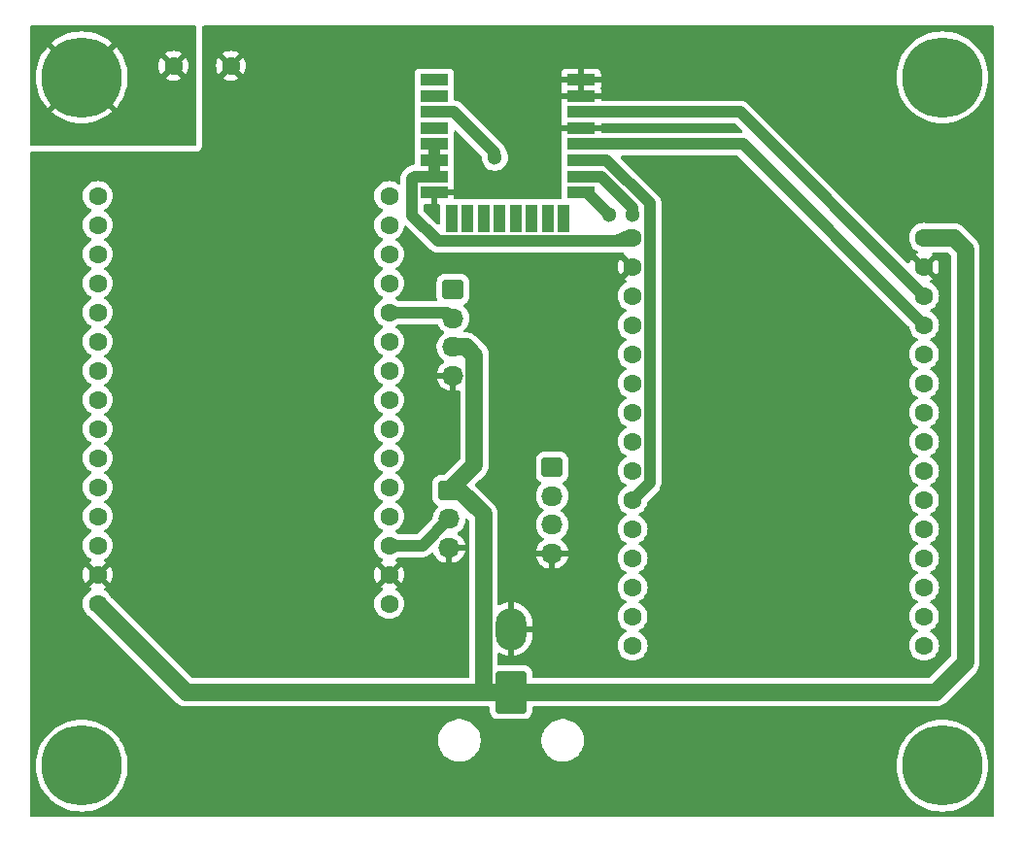
<source format=gbr>
%TF.GenerationSoftware,KiCad,Pcbnew,8.0.8*%
%TF.CreationDate,2025-06-20T17:29:19+09:00*%
%TF.ProjectId,2ndfloor_pole,326e6466-6c6f-46f7-925f-706f6c652e6b,rev?*%
%TF.SameCoordinates,Original*%
%TF.FileFunction,Copper,L1,Top*%
%TF.FilePolarity,Positive*%
%FSLAX46Y46*%
G04 Gerber Fmt 4.6, Leading zero omitted, Abs format (unit mm)*
G04 Created by KiCad (PCBNEW 8.0.8) date 2025-06-20 17:29:19*
%MOMM*%
%LPD*%
G01*
G04 APERTURE LIST*
G04 Aperture macros list*
%AMRoundRect*
0 Rectangle with rounded corners*
0 $1 Rounding radius*
0 $2 $3 $4 $5 $6 $7 $8 $9 X,Y pos of 4 corners*
0 Add a 4 corners polygon primitive as box body*
4,1,4,$2,$3,$4,$5,$6,$7,$8,$9,$2,$3,0*
0 Add four circle primitives for the rounded corners*
1,1,$1+$1,$2,$3*
1,1,$1+$1,$4,$5*
1,1,$1+$1,$6,$7*
1,1,$1+$1,$8,$9*
0 Add four rect primitives between the rounded corners*
20,1,$1+$1,$2,$3,$4,$5,0*
20,1,$1+$1,$4,$5,$6,$7,0*
20,1,$1+$1,$6,$7,$8,$9,0*
20,1,$1+$1,$8,$9,$2,$3,0*%
G04 Aperture macros list end*
%TA.AperFunction,ComponentPad*%
%ADD10RoundRect,0.250000X-0.675000X0.600000X-0.675000X-0.600000X0.675000X-0.600000X0.675000X0.600000X0*%
%TD*%
%TA.AperFunction,ComponentPad*%
%ADD11O,1.850000X1.700000*%
%TD*%
%TA.AperFunction,ComponentPad*%
%ADD12C,7.000000*%
%TD*%
%TA.AperFunction,ComponentPad*%
%ADD13C,1.600000*%
%TD*%
%TA.AperFunction,ComponentPad*%
%ADD14RoundRect,0.250001X1.099999X1.599999X-1.099999X1.599999X-1.099999X-1.599999X1.099999X-1.599999X0*%
%TD*%
%TA.AperFunction,ComponentPad*%
%ADD15O,2.700000X3.700000*%
%TD*%
%TA.AperFunction,SMDPad,CuDef*%
%ADD16R,2.450000X1.000000*%
%TD*%
%TA.AperFunction,SMDPad,CuDef*%
%ADD17R,1.000000X2.450000*%
%TD*%
%TA.AperFunction,ViaPad*%
%ADD18C,1.300000*%
%TD*%
%TA.AperFunction,Conductor*%
%ADD19C,1.500000*%
%TD*%
%TA.AperFunction,Conductor*%
%ADD20C,1.000000*%
%TD*%
G04 APERTURE END LIST*
D10*
%TO.P,J4,1,Pin_1*%
%TO.N,+5V*%
X94000000Y-95000000D03*
D11*
%TO.P,J4,2,Pin_2*%
%TO.N,/PWM_PIN*%
X94000000Y-97500000D03*
%TO.P,J4,3,Pin_3*%
%TO.N,GND*%
X94000000Y-100000000D03*
%TD*%
D12*
%TO.P,H1,1*%
%TO.N,N/C*%
X137000000Y-59000000D03*
%TD*%
D10*
%TO.P,J3,1,Pin_1*%
%TO.N,/SCL*%
X94350000Y-77500000D03*
D11*
%TO.P,J3,2,Pin_2*%
%TO.N,/SDA*%
X94350000Y-80000000D03*
%TO.P,J3,3,Pin_3*%
%TO.N,+5V*%
X94350000Y-82500000D03*
%TO.P,J3,4,Pin_4*%
%TO.N,GND*%
X94350000Y-85000000D03*
%TD*%
D13*
%TO.P,C1,1*%
%TO.N,Net-(C1-Pad1)*%
X70000000Y-58000000D03*
%TO.P,C1,2*%
%TO.N,GND*%
X75000000Y-58000000D03*
%TD*%
%TO.P,MOD2,1,GND*%
%TO.N,GND*%
X135400000Y-75520000D03*
X110000000Y-75520000D03*
%TO.P,MOD2,2,3V3*%
%TO.N,+3.3V*%
X110000000Y-72980000D03*
%TO.P,MOD2,3,EN*%
%TO.N,unconnected-(MOD2-EN-Pad3)*%
X135400000Y-108540000D03*
%TO.P,MOD2,4,SENSOR_VP*%
%TO.N,unconnected-(MOD2-SENSOR_VP-Pad4)*%
X135400000Y-106000000D03*
%TO.P,MOD2,5,SENSOR_VN*%
%TO.N,unconnected-(MOD2-SENSOR_VN-Pad5)*%
X135400000Y-103460000D03*
%TO.P,MOD2,6,IO34*%
%TO.N,unconnected-(MOD2-IO34-Pad6)*%
X135400000Y-100920000D03*
%TO.P,MOD2,7,IO35*%
%TO.N,unconnected-(MOD2-IO35-Pad7)*%
X135400000Y-98380000D03*
%TO.P,MOD2,8,IO32*%
%TO.N,unconnected-(MOD2-IO32-Pad8)*%
X135400000Y-95840000D03*
%TO.P,MOD2,9,IO33*%
%TO.N,unconnected-(MOD2-IO33-Pad9)*%
X135400000Y-93300000D03*
%TO.P,MOD2,10,IO25*%
%TO.N,unconnected-(MOD2-IO25-Pad10)*%
X135400000Y-90760000D03*
%TO.P,MOD2,11,IO26*%
%TO.N,unconnected-(MOD2-IO26-Pad11)*%
X135400000Y-88220000D03*
%TO.P,MOD2,12,IO27*%
%TO.N,unconnected-(MOD2-IO27-Pad12)*%
X135400000Y-85680000D03*
%TO.P,MOD2,13,IO14*%
%TO.N,/CS*%
X135400000Y-83140000D03*
%TO.P,MOD2,14,IO12*%
%TO.N,/CLK*%
X135400000Y-80600000D03*
%TO.P,MOD2,15,VIN*%
%TO.N,+5V*%
X135400000Y-72980000D03*
%TO.P,MOD2,16,IO13*%
%TO.N,/IRQ*%
X135400000Y-78060000D03*
%TO.P,MOD2,23,IO15*%
%TO.N,/RST*%
X110000000Y-78060000D03*
%TO.P,MOD2,24,IO2*%
%TO.N,unconnected-(MOD2-IO2-Pad24)*%
X110000000Y-80600000D03*
%TO.P,MOD2,26,IO4*%
%TO.N,unconnected-(MOD2-IO4-Pad26)*%
X110000000Y-83140000D03*
%TO.P,MOD2,27,IO16*%
%TO.N,unconnected-(MOD2-IO16-Pad27)*%
X110000000Y-85680000D03*
%TO.P,MOD2,28,IO17*%
%TO.N,/UWB_TX*%
X110000000Y-88220000D03*
%TO.P,MOD2,29,IO5*%
%TO.N,unconnected-(MOD2-IO5-Pad29)*%
X110000000Y-90760000D03*
%TO.P,MOD2,30,IO18*%
%TO.N,unconnected-(MOD2-IO18-Pad30)*%
X110000000Y-93300000D03*
%TO.P,MOD2,31,IO19*%
%TO.N,/MISO*%
X110000000Y-95840000D03*
%TO.P,MOD2,33,IO21*%
%TO.N,unconnected-(MOD2-IO21-Pad33)*%
X110000000Y-98380000D03*
%TO.P,MOD2,34,RXD0*%
%TO.N,unconnected-(MOD2-RXD0-Pad34)*%
X110000000Y-100920000D03*
%TO.P,MOD2,35,TXD0*%
%TO.N,unconnected-(MOD2-TXD0-Pad35)*%
X110000000Y-103460000D03*
%TO.P,MOD2,36,IO22*%
%TO.N,unconnected-(MOD2-IO22-Pad36)*%
X110000000Y-106000000D03*
%TO.P,MOD2,37,IO23*%
%TO.N,/MOSI*%
X110000000Y-108540000D03*
%TD*%
D12*
%TO.P,H4,1,1*%
%TO.N,Net-(C1-Pad1)*%
X62000000Y-59000000D03*
%TD*%
%TO.P,H2,1*%
%TO.N,N/C*%
X137000000Y-119000000D03*
%TD*%
D13*
%TO.P,MOD1,1,GND*%
%TO.N,GND*%
X63394712Y-102360274D03*
X88794712Y-102360274D03*
%TO.P,MOD1,2,3V3*%
%TO.N,unconnected-(MOD1-3V3-Pad2)*%
X88794712Y-104900274D03*
%TO.P,MOD1,3,EN*%
%TO.N,unconnected-(MOD1-EN-Pad3)*%
X63394712Y-69340274D03*
%TO.P,MOD1,4,SENSOR_VP*%
%TO.N,unconnected-(MOD1-SENSOR_VP-Pad4)*%
X63394712Y-71880274D03*
%TO.P,MOD1,5,SENSOR_VN*%
%TO.N,unconnected-(MOD1-SENSOR_VN-Pad5)*%
X63394712Y-74420274D03*
%TO.P,MOD1,6,IO34*%
%TO.N,unconnected-(MOD1-IO34-Pad6)*%
X63394712Y-76960274D03*
%TO.P,MOD1,7,IO35*%
%TO.N,unconnected-(MOD1-IO35-Pad7)*%
X63394712Y-79500274D03*
%TO.P,MOD1,8,IO32*%
%TO.N,unconnected-(MOD1-IO32-Pad8)*%
X63394712Y-82040274D03*
%TO.P,MOD1,9,IO33*%
%TO.N,unconnected-(MOD1-IO33-Pad9)*%
X63394712Y-84580274D03*
%TO.P,MOD1,10,IO25*%
%TO.N,unconnected-(MOD1-IO25-Pad10)*%
X63394712Y-87120274D03*
%TO.P,MOD1,11,IO26*%
%TO.N,unconnected-(MOD1-IO26-Pad11)*%
X63394712Y-89660274D03*
%TO.P,MOD1,12,IO27*%
%TO.N,unconnected-(MOD1-IO27-Pad12)*%
X63394712Y-92200274D03*
%TO.P,MOD1,13,IO14*%
%TO.N,unconnected-(MOD1-IO14-Pad13)*%
X63394712Y-94740274D03*
%TO.P,MOD1,14,IO12*%
%TO.N,unconnected-(MOD1-IO12-Pad14)*%
X63394712Y-97280274D03*
%TO.P,MOD1,15,VIN*%
%TO.N,+5V*%
X63394712Y-104900274D03*
%TO.P,MOD1,16,IO13*%
%TO.N,unconnected-(MOD1-IO13-Pad16)*%
X63394712Y-99820274D03*
%TO.P,MOD1,23,IO15*%
%TO.N,/PWM_PIN*%
X88794712Y-99820274D03*
%TO.P,MOD1,24,IO2*%
%TO.N,unconnected-(MOD1-IO2-Pad24)*%
X88794712Y-97280274D03*
%TO.P,MOD1,26,IO4*%
%TO.N,unconnected-(MOD1-IO4-Pad26)*%
X88794712Y-94740274D03*
%TO.P,MOD1,27,IO16*%
%TO.N,/HUSKY_RX*%
X88794712Y-92200274D03*
%TO.P,MOD1,28,IO17*%
%TO.N,/HUSKY_TX*%
X88794712Y-89660274D03*
%TO.P,MOD1,29,IO5*%
%TO.N,unconnected-(MOD1-IO5-Pad29)*%
X88794712Y-87120274D03*
%TO.P,MOD1,30,IO18*%
%TO.N,unconnected-(MOD1-IO18-Pad30)*%
X88794712Y-84580274D03*
%TO.P,MOD1,31,IO19*%
%TO.N,unconnected-(MOD1-IO19-Pad31)*%
X88794712Y-82040274D03*
%TO.P,MOD1,33,IO21*%
%TO.N,/SDA*%
X88794712Y-79500274D03*
%TO.P,MOD1,34,RXD0*%
%TO.N,unconnected-(MOD1-RXD0-Pad34)*%
X88794712Y-76960274D03*
%TO.P,MOD1,35,TXD0*%
%TO.N,unconnected-(MOD1-TXD0-Pad35)*%
X88794712Y-74420274D03*
%TO.P,MOD1,36,IO22*%
%TO.N,/SCL*%
X88794712Y-71880274D03*
%TO.P,MOD1,37,IO23*%
%TO.N,unconnected-(MOD1-IO23-Pad37)*%
X88794712Y-69340274D03*
%TD*%
D10*
%TO.P,J2,1,Pin_1*%
%TO.N,/HUSKY_TX*%
X103000000Y-93000000D03*
D11*
%TO.P,J2,2,Pin_2*%
%TO.N,/HUSKY_RX*%
X103000000Y-95500000D03*
%TO.P,J2,3,Pin_3*%
%TO.N,/UWB_TX*%
X103000000Y-98000000D03*
%TO.P,J2,4,Pin_4*%
%TO.N,GND*%
X103000000Y-100500000D03*
%TD*%
D14*
%TO.P,J1,1,Pin_1*%
%TO.N,+5V*%
X99412278Y-112597661D03*
D15*
%TO.P,J1,2,Pin_2*%
%TO.N,GND*%
X99412278Y-107097661D03*
%TD*%
D12*
%TO.P,H3,1*%
%TO.N,N/C*%
X62000000Y-119000000D03*
%TD*%
D16*
%TO.P,U1,1,EXTON*%
%TO.N,unconnected-(U1-EXTON-Pad1)*%
X92719313Y-59231387D03*
%TO.P,U1,2,WAKEUP*%
%TO.N,unconnected-(U1-WAKEUP-Pad2)*%
X92719313Y-60631387D03*
%TO.P,U1,3,RSTN*%
%TO.N,/RST*%
X92719313Y-62031387D03*
%TO.P,U1,4,GPIO7*%
%TO.N,unconnected-(U1-GPIO7-Pad4)*%
X92719313Y-63431387D03*
%TO.P,U1,5,VDDAON*%
%TO.N,+3.3V*%
X92719313Y-64831387D03*
%TO.P,U1,6,VDD3V3@1*%
X92719313Y-66231387D03*
%TO.P,U1,7,VDD3V3@2*%
X92719313Y-67631387D03*
%TO.P,U1,8,VSS@1*%
%TO.N,GND*%
X92719313Y-69031387D03*
D17*
%TO.P,U1,9,GPIO6*%
%TO.N,unconnected-(U1-GPIO6-Pad9)*%
X94219313Y-71326387D03*
%TO.P,U1,10,GPIO5*%
%TO.N,unconnected-(U1-GPIO5-Pad10)*%
X95619313Y-71326387D03*
%TO.P,U1,11,GPIO4*%
%TO.N,unconnected-(U1-GPIO4-Pad11)*%
X97019313Y-71326387D03*
%TO.P,U1,12,GPIO3*%
%TO.N,unconnected-(U1-GPIO3-Pad12)*%
X98419313Y-71326387D03*
%TO.P,U1,13,GPIO2*%
%TO.N,unconnected-(U1-GPIO2-Pad13)*%
X99819313Y-71326387D03*
%TO.P,U1,14,GPIO1*%
%TO.N,unconnected-(U1-GPIO1-Pad14)*%
X101219313Y-71326387D03*
%TO.P,U1,15,GPIO0*%
%TO.N,unconnected-(U1-GPIO0-Pad15)*%
X102619313Y-71326387D03*
%TO.P,U1,16,VSS@2*%
%TO.N,unconnected-(U1-VSS@2-Pad16)*%
X104019313Y-71326387D03*
D16*
%TO.P,U1,17,SPICSN*%
%TO.N,/CS*%
X105519313Y-69031387D03*
%TO.P,U1,18,SPIMOSI*%
%TO.N,/MOSI*%
X105519313Y-67631387D03*
%TO.P,U1,19,SPIMISO*%
%TO.N,/MISO*%
X105519313Y-66231387D03*
%TO.P,U1,20,SPICLK*%
%TO.N,/CLK*%
X105519313Y-64831387D03*
%TO.P,U1,21,VSS@3*%
%TO.N,GND*%
X105519313Y-63431387D03*
%TO.P,U1,22,IRQ/GPIO8*%
%TO.N,/IRQ*%
X105519313Y-62031387D03*
%TO.P,U1,23,VSS@4*%
%TO.N,GND*%
X105519313Y-60631387D03*
%TO.P,U1,24,VSS@5*%
X105519313Y-59231387D03*
%TD*%
D18*
%TO.N,GND*%
X125000000Y-86000000D03*
X122000000Y-86000000D03*
X119000000Y-83000000D03*
X79000000Y-87000000D03*
X125000000Y-83000000D03*
X76000000Y-84000000D03*
X119000000Y-86000000D03*
X79000000Y-84000000D03*
X73000000Y-87000000D03*
X76000000Y-87000000D03*
X79000000Y-81000000D03*
X76000000Y-81000000D03*
X73000000Y-81000000D03*
X73000000Y-84000000D03*
X125000000Y-80000000D03*
X119000000Y-80000000D03*
X122000000Y-83000000D03*
X122000000Y-80000000D03*
%TO.N,/MOSI*%
X110000000Y-71000000D03*
%TO.N,/RST*%
X98000000Y-66000000D03*
%TO.N,/CS*%
X108000000Y-71000000D03*
%TD*%
D19*
%TO.N,+5V*%
X97000000Y-97075000D02*
X97000000Y-112597661D01*
X94000000Y-95000000D02*
X94925000Y-95000000D01*
X94925000Y-95000000D02*
X97000000Y-97075000D01*
X63394712Y-104900274D02*
X71092099Y-112597661D01*
X139000000Y-74000000D02*
X139000000Y-110000000D01*
X136402339Y-112597661D02*
X99412278Y-112597661D01*
X96225000Y-83225000D02*
X95500000Y-82500000D01*
X95500000Y-82500000D02*
X94350000Y-82500000D01*
X139000000Y-110000000D02*
X136402339Y-112597661D01*
X96000000Y-112597661D02*
X97000000Y-112597661D01*
X94000000Y-95000000D02*
X96225000Y-92775000D01*
X96225000Y-92775000D02*
X96225000Y-83225000D01*
X71092099Y-112597661D02*
X96000000Y-112597661D01*
X97000000Y-112597661D02*
X99412278Y-112597661D01*
X135400000Y-72980000D02*
X137980000Y-72980000D01*
X137980000Y-72980000D02*
X139000000Y-74000000D01*
D20*
%TO.N,/SDA*%
X93850274Y-79500274D02*
X94350000Y-80000000D01*
X88794712Y-79500274D02*
X93850274Y-79500274D01*
%TO.N,/SCL*%
X88794712Y-71880274D02*
X88794712Y-71944712D01*
X88885854Y-71898311D02*
X88898311Y-71898311D01*
%TO.N,/PWM_PIN*%
X91679726Y-99820274D02*
X94000000Y-97500000D01*
X88794712Y-99820274D02*
X91679726Y-99820274D01*
%TO.N,/CLK*%
X119631387Y-64831387D02*
X135400000Y-80600000D01*
X105519313Y-64831387D02*
X119631387Y-64831387D01*
%TO.N,/MOSI*%
X107244313Y-67631387D02*
X110000000Y-70387074D01*
X105519313Y-67631387D02*
X107244313Y-67631387D01*
X110000000Y-70387074D02*
X110000000Y-71000000D01*
%TO.N,+3.3V*%
X90794313Y-67831387D02*
X90794313Y-71026387D01*
X92719313Y-67631387D02*
X90994313Y-67631387D01*
X90994313Y-67631387D02*
X90794313Y-67831387D01*
X93019313Y-73251387D02*
X109728613Y-73251387D01*
X90794313Y-71026387D02*
X93019313Y-73251387D01*
X109728613Y-73251387D02*
X110000000Y-72980000D01*
X92719313Y-64831387D02*
X92719313Y-67631387D01*
%TO.N,/MISO*%
X105519313Y-66231387D02*
X107744313Y-66231387D01*
X107744313Y-66231387D02*
X111500000Y-69987074D01*
X111500000Y-69987074D02*
X111500000Y-94340000D01*
X111500000Y-94340000D02*
X110000000Y-95840000D01*
%TO.N,/RST*%
X94444313Y-62031387D02*
X98000000Y-65587074D01*
X92719313Y-62031387D02*
X94444313Y-62031387D01*
%TO.N,/CS*%
X106031387Y-69031387D02*
X108000000Y-71000000D01*
X105519313Y-69031387D02*
X106031387Y-69031387D01*
%TO.N,/IRQ*%
X119371387Y-62031387D02*
X135400000Y-78060000D01*
X105519313Y-62031387D02*
X119371387Y-62031387D01*
%TD*%
%TA.AperFunction,Conductor*%
%TO.N,+3.3V*%
G36*
X109692024Y-72245354D02*
G01*
X109698328Y-72251664D01*
X110000101Y-72977836D01*
X110000997Y-72982341D01*
X110000014Y-73768096D01*
X109996577Y-73776364D01*
X109988299Y-73779781D01*
X109988098Y-73779779D01*
X108465466Y-73751599D01*
X108457257Y-73748020D01*
X108453982Y-73739901D01*
X108453982Y-72759222D01*
X108457409Y-72750949D01*
X108461225Y-72748404D01*
X109683071Y-72245335D01*
X109692024Y-72245354D01*
G37*
%TD.AperFunction*%
%TD*%
%TA.AperFunction,Conductor*%
%TO.N,GND*%
G36*
X119232644Y-65851572D02*
G01*
X119253286Y-65868206D01*
X134073112Y-80688032D01*
X134106597Y-80749355D01*
X134108959Y-80764905D01*
X134114364Y-80826687D01*
X134114366Y-80826697D01*
X134173258Y-81046488D01*
X134173261Y-81046497D01*
X134269431Y-81252732D01*
X134269432Y-81252734D01*
X134399954Y-81439141D01*
X134560858Y-81600045D01*
X134560861Y-81600047D01*
X134747266Y-81730568D01*
X134805275Y-81757618D01*
X134857714Y-81803791D01*
X134876866Y-81870984D01*
X134856650Y-81937865D01*
X134805275Y-81982382D01*
X134747267Y-82009431D01*
X134747265Y-82009432D01*
X134560858Y-82139954D01*
X134399954Y-82300858D01*
X134269432Y-82487265D01*
X134269431Y-82487267D01*
X134173261Y-82693502D01*
X134173258Y-82693511D01*
X134114366Y-82913302D01*
X134114364Y-82913313D01*
X134094532Y-83139998D01*
X134094532Y-83140001D01*
X134114364Y-83366686D01*
X134114366Y-83366697D01*
X134173258Y-83586488D01*
X134173261Y-83586497D01*
X134269431Y-83792732D01*
X134269432Y-83792734D01*
X134399954Y-83979141D01*
X134560858Y-84140045D01*
X134560861Y-84140047D01*
X134747266Y-84270568D01*
X134794175Y-84292442D01*
X134805275Y-84297618D01*
X134857714Y-84343791D01*
X134876866Y-84410984D01*
X134856650Y-84477865D01*
X134805275Y-84522382D01*
X134747267Y-84549431D01*
X134747265Y-84549432D01*
X134560858Y-84679954D01*
X134399954Y-84840858D01*
X134269432Y-85027265D01*
X134269431Y-85027267D01*
X134173261Y-85233502D01*
X134173258Y-85233511D01*
X134114366Y-85453302D01*
X134114364Y-85453313D01*
X134094532Y-85679998D01*
X134094532Y-85680001D01*
X134114364Y-85906686D01*
X134114366Y-85906697D01*
X134173258Y-86126488D01*
X134173261Y-86126497D01*
X134269431Y-86332732D01*
X134269432Y-86332734D01*
X134399954Y-86519141D01*
X134560858Y-86680045D01*
X134560861Y-86680047D01*
X134747266Y-86810568D01*
X134805275Y-86837618D01*
X134857714Y-86883791D01*
X134876866Y-86950984D01*
X134856650Y-87017865D01*
X134805275Y-87062382D01*
X134747267Y-87089431D01*
X134747265Y-87089432D01*
X134560858Y-87219954D01*
X134399954Y-87380858D01*
X134269432Y-87567265D01*
X134269431Y-87567267D01*
X134173261Y-87773502D01*
X134173258Y-87773511D01*
X134114366Y-87993302D01*
X134114364Y-87993313D01*
X134094532Y-88219998D01*
X134094532Y-88220001D01*
X134114364Y-88446686D01*
X134114366Y-88446697D01*
X134173258Y-88666488D01*
X134173261Y-88666497D01*
X134269431Y-88872732D01*
X134269432Y-88872734D01*
X134399954Y-89059141D01*
X134560858Y-89220045D01*
X134560861Y-89220047D01*
X134747266Y-89350568D01*
X134805275Y-89377618D01*
X134857714Y-89423791D01*
X134876866Y-89490984D01*
X134856650Y-89557865D01*
X134805275Y-89602382D01*
X134747267Y-89629431D01*
X134747265Y-89629432D01*
X134560858Y-89759954D01*
X134399954Y-89920858D01*
X134269432Y-90107265D01*
X134269431Y-90107267D01*
X134173261Y-90313502D01*
X134173258Y-90313511D01*
X134114366Y-90533302D01*
X134114364Y-90533313D01*
X134094532Y-90759998D01*
X134094532Y-90760001D01*
X134114364Y-90986686D01*
X134114366Y-90986697D01*
X134173258Y-91206488D01*
X134173261Y-91206497D01*
X134269431Y-91412732D01*
X134269432Y-91412734D01*
X134399954Y-91599141D01*
X134560858Y-91760045D01*
X134560861Y-91760047D01*
X134747266Y-91890568D01*
X134805275Y-91917618D01*
X134857714Y-91963791D01*
X134876866Y-92030984D01*
X134856650Y-92097865D01*
X134805275Y-92142382D01*
X134747267Y-92169431D01*
X134747265Y-92169432D01*
X134560858Y-92299954D01*
X134399954Y-92460858D01*
X134269432Y-92647265D01*
X134269431Y-92647267D01*
X134173261Y-92853502D01*
X134173258Y-92853511D01*
X134114366Y-93073302D01*
X134114364Y-93073313D01*
X134094532Y-93299998D01*
X134094532Y-93300001D01*
X134114364Y-93526686D01*
X134114366Y-93526697D01*
X134173258Y-93746488D01*
X134173261Y-93746497D01*
X134269431Y-93952732D01*
X134269432Y-93952734D01*
X134399954Y-94139141D01*
X134560858Y-94300045D01*
X134560861Y-94300047D01*
X134747266Y-94430568D01*
X134788550Y-94449819D01*
X134805275Y-94457618D01*
X134857714Y-94503791D01*
X134876866Y-94570984D01*
X134856650Y-94637865D01*
X134805275Y-94682382D01*
X134747267Y-94709431D01*
X134747265Y-94709432D01*
X134560858Y-94839954D01*
X134399954Y-95000858D01*
X134269432Y-95187265D01*
X134269431Y-95187267D01*
X134173261Y-95393502D01*
X134173258Y-95393511D01*
X134114366Y-95613302D01*
X134114364Y-95613313D01*
X134094532Y-95839998D01*
X134094532Y-95840001D01*
X134114364Y-96066686D01*
X134114366Y-96066697D01*
X134173258Y-96286488D01*
X134173261Y-96286497D01*
X134269431Y-96492732D01*
X134269432Y-96492734D01*
X134399954Y-96679141D01*
X134560858Y-96840045D01*
X134560861Y-96840047D01*
X134747266Y-96970568D01*
X134805275Y-96997618D01*
X134857714Y-97043791D01*
X134876866Y-97110984D01*
X134856650Y-97177865D01*
X134805275Y-97222382D01*
X134747267Y-97249431D01*
X134747265Y-97249432D01*
X134560858Y-97379954D01*
X134399954Y-97540858D01*
X134269432Y-97727265D01*
X134269431Y-97727267D01*
X134173261Y-97933502D01*
X134173258Y-97933511D01*
X134114366Y-98153302D01*
X134114364Y-98153313D01*
X134094532Y-98379998D01*
X134094532Y-98380001D01*
X134114364Y-98606686D01*
X134114366Y-98606697D01*
X134173258Y-98826488D01*
X134173261Y-98826497D01*
X134269431Y-99032732D01*
X134269432Y-99032734D01*
X134399954Y-99219141D01*
X134560858Y-99380045D01*
X134560861Y-99380047D01*
X134747266Y-99510568D01*
X134805275Y-99537618D01*
X134857714Y-99583791D01*
X134876866Y-99650984D01*
X134856650Y-99717865D01*
X134805275Y-99762382D01*
X134747267Y-99789431D01*
X134747265Y-99789432D01*
X134560858Y-99919954D01*
X134399954Y-100080858D01*
X134269432Y-100267265D01*
X134269431Y-100267267D01*
X134173261Y-100473502D01*
X134173258Y-100473511D01*
X134114366Y-100693302D01*
X134114364Y-100693313D01*
X134094532Y-100919998D01*
X134094532Y-100920001D01*
X134114364Y-101146686D01*
X134114366Y-101146697D01*
X134173258Y-101366488D01*
X134173261Y-101366497D01*
X134269431Y-101572732D01*
X134269432Y-101572734D01*
X134399954Y-101759141D01*
X134560858Y-101920045D01*
X134560861Y-101920047D01*
X134747266Y-102050568D01*
X134805275Y-102077618D01*
X134857714Y-102123791D01*
X134876866Y-102190984D01*
X134856650Y-102257865D01*
X134805275Y-102302382D01*
X134747267Y-102329431D01*
X134747265Y-102329432D01*
X134560858Y-102459954D01*
X134399954Y-102620858D01*
X134269432Y-102807265D01*
X134269431Y-102807267D01*
X134173261Y-103013502D01*
X134173258Y-103013511D01*
X134114366Y-103233302D01*
X134114364Y-103233313D01*
X134094532Y-103459998D01*
X134094532Y-103460001D01*
X134114364Y-103686686D01*
X134114366Y-103686697D01*
X134173258Y-103906488D01*
X134173261Y-103906497D01*
X134269431Y-104112732D01*
X134269432Y-104112734D01*
X134399954Y-104299141D01*
X134560858Y-104460045D01*
X134560861Y-104460047D01*
X134747266Y-104590568D01*
X134805275Y-104617618D01*
X134857714Y-104663791D01*
X134876866Y-104730984D01*
X134856650Y-104797865D01*
X134805275Y-104842382D01*
X134747267Y-104869431D01*
X134747265Y-104869432D01*
X134560858Y-104999954D01*
X134399954Y-105160858D01*
X134269432Y-105347265D01*
X134269431Y-105347267D01*
X134173261Y-105553502D01*
X134173258Y-105553511D01*
X134114366Y-105773302D01*
X134114364Y-105773313D01*
X134094532Y-105999998D01*
X134094532Y-106000001D01*
X134114364Y-106226686D01*
X134114366Y-106226697D01*
X134173258Y-106446488D01*
X134173261Y-106446497D01*
X134269431Y-106652732D01*
X134269432Y-106652734D01*
X134399954Y-106839141D01*
X134560858Y-107000045D01*
X134560861Y-107000047D01*
X134747266Y-107130568D01*
X134805275Y-107157618D01*
X134857714Y-107203791D01*
X134876866Y-107270984D01*
X134856650Y-107337865D01*
X134805275Y-107382382D01*
X134747267Y-107409431D01*
X134747265Y-107409432D01*
X134560858Y-107539954D01*
X134399954Y-107700858D01*
X134269432Y-107887265D01*
X134269431Y-107887267D01*
X134173261Y-108093502D01*
X134173258Y-108093511D01*
X134114366Y-108313302D01*
X134114364Y-108313313D01*
X134094532Y-108539998D01*
X134094532Y-108540001D01*
X134114364Y-108766686D01*
X134114366Y-108766697D01*
X134173258Y-108986488D01*
X134173261Y-108986497D01*
X134269431Y-109192732D01*
X134269432Y-109192734D01*
X134399954Y-109379141D01*
X134560858Y-109540045D01*
X134560861Y-109540047D01*
X134747266Y-109670568D01*
X134953504Y-109766739D01*
X135173308Y-109825635D01*
X135335230Y-109839801D01*
X135399998Y-109845468D01*
X135400000Y-109845468D01*
X135400002Y-109845468D01*
X135456673Y-109840509D01*
X135626692Y-109825635D01*
X135846496Y-109766739D01*
X136052734Y-109670568D01*
X136239139Y-109540047D01*
X136400047Y-109379139D01*
X136530568Y-109192734D01*
X136626739Y-108986496D01*
X136685635Y-108766692D01*
X136705468Y-108540000D01*
X136685635Y-108313308D01*
X136626739Y-108093504D01*
X136530568Y-107887266D01*
X136400047Y-107700861D01*
X136400045Y-107700858D01*
X136239141Y-107539954D01*
X136052734Y-107409432D01*
X136052728Y-107409429D01*
X135994725Y-107382382D01*
X135942285Y-107336210D01*
X135923133Y-107269017D01*
X135943348Y-107202135D01*
X135994725Y-107157618D01*
X136052734Y-107130568D01*
X136239139Y-107000047D01*
X136400047Y-106839139D01*
X136530568Y-106652734D01*
X136626739Y-106446496D01*
X136685635Y-106226692D01*
X136702770Y-106030840D01*
X136705468Y-106000001D01*
X136705468Y-105999998D01*
X136696747Y-105900319D01*
X136685635Y-105773308D01*
X136626739Y-105553504D01*
X136530568Y-105347266D01*
X136400047Y-105160861D01*
X136400045Y-105160858D01*
X136239141Y-104999954D01*
X136052734Y-104869432D01*
X136052728Y-104869429D01*
X135994725Y-104842382D01*
X135942285Y-104796210D01*
X135923133Y-104729017D01*
X135943348Y-104662135D01*
X135994725Y-104617618D01*
X136052734Y-104590568D01*
X136239139Y-104460047D01*
X136400047Y-104299139D01*
X136530568Y-104112734D01*
X136626739Y-103906496D01*
X136685635Y-103686692D01*
X136705468Y-103460000D01*
X136685635Y-103233308D01*
X136626739Y-103013504D01*
X136530568Y-102807266D01*
X136400047Y-102620861D01*
X136400045Y-102620858D01*
X136239141Y-102459954D01*
X136052734Y-102329432D01*
X136052728Y-102329429D01*
X135994725Y-102302382D01*
X135942285Y-102256210D01*
X135923133Y-102189017D01*
X135943348Y-102122135D01*
X135994725Y-102077618D01*
X136052734Y-102050568D01*
X136239139Y-101920047D01*
X136400047Y-101759139D01*
X136530568Y-101572734D01*
X136626739Y-101366496D01*
X136685635Y-101146692D01*
X136702634Y-100952384D01*
X136705468Y-100920001D01*
X136705468Y-100919998D01*
X136691553Y-100760956D01*
X136685635Y-100693308D01*
X136626739Y-100473504D01*
X136530568Y-100267266D01*
X136400047Y-100080861D01*
X136400045Y-100080858D01*
X136239141Y-99919954D01*
X136052734Y-99789432D01*
X136052728Y-99789429D01*
X135994725Y-99762382D01*
X135942285Y-99716210D01*
X135923133Y-99649017D01*
X135943348Y-99582135D01*
X135994725Y-99537618D01*
X136052734Y-99510568D01*
X136239139Y-99380047D01*
X136400047Y-99219139D01*
X136530568Y-99032734D01*
X136626739Y-98826496D01*
X136685635Y-98606692D01*
X136702634Y-98412384D01*
X136705468Y-98380001D01*
X136705468Y-98379998D01*
X136685635Y-98153313D01*
X136685635Y-98153308D01*
X136626739Y-97933504D01*
X136530568Y-97727266D01*
X136400047Y-97540861D01*
X136400045Y-97540858D01*
X136239141Y-97379954D01*
X136052734Y-97249432D01*
X136052728Y-97249429D01*
X135994725Y-97222382D01*
X135942285Y-97176210D01*
X135923133Y-97109017D01*
X135943348Y-97042135D01*
X135994725Y-96997618D01*
X136052734Y-96970568D01*
X136239139Y-96840047D01*
X136400047Y-96679139D01*
X136530568Y-96492734D01*
X136626739Y-96286496D01*
X136685635Y-96066692D01*
X136702634Y-95872384D01*
X136705468Y-95840001D01*
X136705468Y-95839998D01*
X136696747Y-95740319D01*
X136685635Y-95613308D01*
X136626739Y-95393504D01*
X136530568Y-95187266D01*
X136400047Y-95000861D01*
X136400045Y-95000858D01*
X136239141Y-94839954D01*
X136052734Y-94709432D01*
X136052728Y-94709429D01*
X135994725Y-94682382D01*
X135942285Y-94636210D01*
X135923133Y-94569017D01*
X135943348Y-94502135D01*
X135994725Y-94457618D01*
X136011450Y-94449819D01*
X136052734Y-94430568D01*
X136239139Y-94300047D01*
X136400047Y-94139139D01*
X136530568Y-93952734D01*
X136626739Y-93746496D01*
X136685635Y-93526692D01*
X136702634Y-93332384D01*
X136705468Y-93300001D01*
X136705468Y-93299998D01*
X136685635Y-93073313D01*
X136685635Y-93073308D01*
X136626739Y-92853504D01*
X136530568Y-92647266D01*
X136400047Y-92460861D01*
X136400045Y-92460858D01*
X136239141Y-92299954D01*
X136052734Y-92169432D01*
X136052728Y-92169429D01*
X135994725Y-92142382D01*
X135942285Y-92096210D01*
X135923133Y-92029017D01*
X135943348Y-91962135D01*
X135994725Y-91917618D01*
X136052734Y-91890568D01*
X136239139Y-91760047D01*
X136400047Y-91599139D01*
X136530568Y-91412734D01*
X136626739Y-91206496D01*
X136685635Y-90986692D01*
X136702634Y-90792384D01*
X136705468Y-90760001D01*
X136705468Y-90759998D01*
X136685635Y-90533313D01*
X136685635Y-90533308D01*
X136626739Y-90313504D01*
X136530568Y-90107266D01*
X136400047Y-89920861D01*
X136400045Y-89920858D01*
X136239141Y-89759954D01*
X136052734Y-89629432D01*
X136052728Y-89629429D01*
X135994725Y-89602382D01*
X135942285Y-89556210D01*
X135923133Y-89489017D01*
X135943348Y-89422135D01*
X135994725Y-89377618D01*
X136052734Y-89350568D01*
X136239139Y-89220047D01*
X136400047Y-89059139D01*
X136530568Y-88872734D01*
X136626739Y-88666496D01*
X136685635Y-88446692D01*
X136702634Y-88252384D01*
X136705468Y-88220001D01*
X136705468Y-88219998D01*
X136685635Y-87993313D01*
X136685635Y-87993308D01*
X136626739Y-87773504D01*
X136530568Y-87567266D01*
X136400047Y-87380861D01*
X136400045Y-87380858D01*
X136239141Y-87219954D01*
X136052734Y-87089432D01*
X136052728Y-87089429D01*
X135994725Y-87062382D01*
X135942285Y-87016210D01*
X135923133Y-86949017D01*
X135943348Y-86882135D01*
X135994725Y-86837618D01*
X136052734Y-86810568D01*
X136239139Y-86680047D01*
X136400047Y-86519139D01*
X136530568Y-86332734D01*
X136626739Y-86126496D01*
X136685635Y-85906692D01*
X136702634Y-85712384D01*
X136705468Y-85680001D01*
X136705468Y-85679998D01*
X136685635Y-85453313D01*
X136685635Y-85453308D01*
X136626739Y-85233504D01*
X136530568Y-85027266D01*
X136400047Y-84840861D01*
X136400045Y-84840858D01*
X136239141Y-84679954D01*
X136052734Y-84549432D01*
X136052728Y-84549429D01*
X135994725Y-84522382D01*
X135942285Y-84476210D01*
X135923133Y-84409017D01*
X135943348Y-84342135D01*
X135994725Y-84297618D01*
X136005825Y-84292442D01*
X136052734Y-84270568D01*
X136239139Y-84140047D01*
X136400047Y-83979139D01*
X136530568Y-83792734D01*
X136626739Y-83586496D01*
X136685635Y-83366692D01*
X136702634Y-83172384D01*
X136705468Y-83140001D01*
X136705468Y-83139998D01*
X136696747Y-83040319D01*
X136685635Y-82913308D01*
X136626739Y-82693504D01*
X136530568Y-82487266D01*
X136400047Y-82300861D01*
X136400045Y-82300858D01*
X136239141Y-82139954D01*
X136052734Y-82009432D01*
X136052728Y-82009429D01*
X135994725Y-81982382D01*
X135942285Y-81936210D01*
X135923133Y-81869017D01*
X135943348Y-81802135D01*
X135994725Y-81757618D01*
X136052734Y-81730568D01*
X136239139Y-81600047D01*
X136400047Y-81439139D01*
X136530568Y-81252734D01*
X136626739Y-81046496D01*
X136685635Y-80826692D01*
X136702634Y-80632384D01*
X136705468Y-80600001D01*
X136705468Y-80599998D01*
X136685635Y-80373313D01*
X136685635Y-80373308D01*
X136626739Y-80153504D01*
X136530568Y-79947266D01*
X136400047Y-79760861D01*
X136400045Y-79760858D01*
X136239141Y-79599954D01*
X136052734Y-79469432D01*
X136052728Y-79469429D01*
X135994725Y-79442382D01*
X135942285Y-79396210D01*
X135923133Y-79329017D01*
X135943348Y-79262135D01*
X135994725Y-79217618D01*
X136052734Y-79190568D01*
X136239139Y-79060047D01*
X136400047Y-78899139D01*
X136530568Y-78712734D01*
X136626739Y-78506496D01*
X136685635Y-78286692D01*
X136702634Y-78092384D01*
X136705468Y-78060001D01*
X136705468Y-78059998D01*
X136685635Y-77833313D01*
X136685635Y-77833308D01*
X136626739Y-77613504D01*
X136530568Y-77407266D01*
X136400047Y-77220861D01*
X136400045Y-77220858D01*
X136239141Y-77059954D01*
X136052735Y-76929433D01*
X136052736Y-76929433D01*
X136052734Y-76929432D01*
X135994132Y-76902105D01*
X135941694Y-76855933D01*
X135922543Y-76788739D01*
X135942759Y-76721858D01*
X135994135Y-76677341D01*
X136052482Y-76650133D01*
X136125471Y-76599024D01*
X135446446Y-75920000D01*
X135452661Y-75920000D01*
X135554394Y-75892741D01*
X135645606Y-75840080D01*
X135720080Y-75765606D01*
X135772741Y-75674394D01*
X135800000Y-75572661D01*
X135800000Y-75566447D01*
X136479024Y-76245471D01*
X136530136Y-76172478D01*
X136626264Y-75966331D01*
X136626269Y-75966317D01*
X136685139Y-75746610D01*
X136685141Y-75746599D01*
X136704966Y-75520002D01*
X136704966Y-75519997D01*
X136685141Y-75293400D01*
X136685139Y-75293389D01*
X136626269Y-75073682D01*
X136626264Y-75073668D01*
X136530136Y-74867521D01*
X136530132Y-74867513D01*
X136479025Y-74794526D01*
X135800000Y-75473551D01*
X135800000Y-75467339D01*
X135772741Y-75365606D01*
X135720080Y-75274394D01*
X135645606Y-75199920D01*
X135554394Y-75147259D01*
X135452661Y-75120000D01*
X135446445Y-75120000D01*
X136125472Y-74440974D01*
X136124305Y-74427634D01*
X136103413Y-74401497D01*
X136096221Y-74331998D01*
X136127744Y-74269644D01*
X136187974Y-74234231D01*
X136218162Y-74230500D01*
X137410664Y-74230500D01*
X137477703Y-74250185D01*
X137498345Y-74266819D01*
X137713181Y-74481655D01*
X137746666Y-74542978D01*
X137749500Y-74569336D01*
X137749500Y-109430664D01*
X137729815Y-109497703D01*
X137713181Y-109518345D01*
X135920684Y-111310842D01*
X135859361Y-111344327D01*
X135833003Y-111347161D01*
X101386778Y-111347161D01*
X101319739Y-111327476D01*
X101273984Y-111274672D01*
X101262778Y-111223161D01*
X101262778Y-110947658D01*
X101262777Y-110947645D01*
X101252277Y-110844865D01*
X101252277Y-110844864D01*
X101197092Y-110678327D01*
X101104989Y-110529006D01*
X100980933Y-110404950D01*
X100980929Y-110404947D01*
X100831615Y-110312848D01*
X100831613Y-110312847D01*
X100748343Y-110285254D01*
X100665075Y-110257662D01*
X100665073Y-110257661D01*
X100562293Y-110247161D01*
X100562286Y-110247161D01*
X98374500Y-110247161D01*
X98307461Y-110227476D01*
X98261706Y-110174672D01*
X98250500Y-110123161D01*
X98250500Y-109277878D01*
X98270185Y-109210839D01*
X98322989Y-109165084D01*
X98392147Y-109155140D01*
X98436500Y-109170491D01*
X98592284Y-109260433D01*
X98592299Y-109260440D01*
X98816338Y-109353239D01*
X99050590Y-109416007D01*
X99162278Y-109430710D01*
X99162278Y-107965565D01*
X99323636Y-107997661D01*
X99500920Y-107997661D01*
X99662278Y-107965565D01*
X99662278Y-109430709D01*
X99773965Y-109416007D01*
X100008217Y-109353239D01*
X100232256Y-109260440D01*
X100232271Y-109260433D01*
X100442287Y-109139180D01*
X100634683Y-108991550D01*
X100634690Y-108991544D01*
X100806161Y-108820073D01*
X100806167Y-108820066D01*
X100953797Y-108627670D01*
X101075050Y-108417654D01*
X101075057Y-108417639D01*
X101167856Y-108193600D01*
X101230624Y-107959348D01*
X101262276Y-107718925D01*
X101262278Y-107718909D01*
X101262278Y-107347661D01*
X100280182Y-107347661D01*
X100312278Y-107186303D01*
X100312278Y-107009019D01*
X100280182Y-106847661D01*
X101262278Y-106847661D01*
X101262278Y-106476412D01*
X101262276Y-106476396D01*
X101230624Y-106235973D01*
X101167856Y-106001721D01*
X101075057Y-105777682D01*
X101075050Y-105777667D01*
X100953797Y-105567651D01*
X100806167Y-105375255D01*
X100806161Y-105375248D01*
X100634690Y-105203777D01*
X100634683Y-105203771D01*
X100442287Y-105056141D01*
X100232271Y-104934888D01*
X100232256Y-104934881D01*
X100008217Y-104842082D01*
X99773965Y-104779314D01*
X99662278Y-104764609D01*
X99662278Y-106229756D01*
X99500920Y-106197661D01*
X99323636Y-106197661D01*
X99162278Y-106229756D01*
X99162278Y-104764609D01*
X99162277Y-104764609D01*
X99050590Y-104779314D01*
X98816338Y-104842082D01*
X98592299Y-104934881D01*
X98592289Y-104934886D01*
X98436499Y-105024831D01*
X98368599Y-105041303D01*
X98302572Y-105018450D01*
X98259382Y-104963528D01*
X98250500Y-104917443D01*
X98250500Y-96976577D01*
X98219709Y-96782173D01*
X98178404Y-96655052D01*
X98178404Y-96655050D01*
X98158886Y-96594979D01*
X98158884Y-96594973D01*
X98096822Y-96473171D01*
X98069524Y-96419595D01*
X97953828Y-96260354D01*
X96318655Y-94625181D01*
X96285170Y-94563858D01*
X96290154Y-94494166D01*
X96318655Y-94449819D01*
X96699818Y-94068656D01*
X97178828Y-93589646D01*
X97294524Y-93430405D01*
X97383884Y-93255026D01*
X97444709Y-93067826D01*
X97449209Y-93039413D01*
X97475500Y-92873422D01*
X97475500Y-92349983D01*
X101574500Y-92349983D01*
X101574500Y-93650001D01*
X101574501Y-93650018D01*
X101585000Y-93752796D01*
X101585001Y-93752799D01*
X101640185Y-93919331D01*
X101640187Y-93919336D01*
X101647594Y-93931344D01*
X101732288Y-94068656D01*
X101856344Y-94192712D01*
X101944688Y-94247203D01*
X102011120Y-94288178D01*
X102057845Y-94340126D01*
X102069068Y-94409088D01*
X102041224Y-94473171D01*
X102033706Y-94481398D01*
X101894889Y-94620215D01*
X101769951Y-94792179D01*
X101673444Y-94981585D01*
X101607753Y-95183760D01*
X101607198Y-95187265D01*
X101574500Y-95393713D01*
X101574500Y-95606287D01*
X101607754Y-95816243D01*
X101670479Y-96009291D01*
X101673444Y-96018414D01*
X101769951Y-96207820D01*
X101894890Y-96379786D01*
X102045209Y-96530105D01*
X102045214Y-96530109D01*
X102209793Y-96649682D01*
X102252459Y-96705011D01*
X102258438Y-96774625D01*
X102225833Y-96836420D01*
X102209793Y-96850318D01*
X102045214Y-96969890D01*
X102045209Y-96969894D01*
X101894890Y-97120213D01*
X101769951Y-97292179D01*
X101673444Y-97481585D01*
X101607753Y-97683760D01*
X101586771Y-97816239D01*
X101574500Y-97893713D01*
X101574500Y-98106287D01*
X101607754Y-98316243D01*
X101669739Y-98507013D01*
X101673444Y-98518414D01*
X101769951Y-98707820D01*
X101894890Y-98879786D01*
X102045209Y-99030105D01*
X102045214Y-99030109D01*
X102210218Y-99149991D01*
X102252884Y-99205320D01*
X102258863Y-99274934D01*
X102226258Y-99336729D01*
X102210218Y-99350627D01*
X102045540Y-99470272D01*
X102045535Y-99470276D01*
X101895276Y-99620535D01*
X101895272Y-99620540D01*
X101770379Y-99792442D01*
X101673904Y-99981782D01*
X101608242Y-100183870D01*
X101608242Y-100183873D01*
X101597769Y-100250000D01*
X102653590Y-100250000D01*
X102603963Y-100335956D01*
X102575000Y-100444048D01*
X102575000Y-100555952D01*
X102603963Y-100664044D01*
X102653590Y-100750000D01*
X101597769Y-100750000D01*
X101608242Y-100816126D01*
X101608242Y-100816129D01*
X101673904Y-101018217D01*
X101770379Y-101207557D01*
X101895272Y-101379459D01*
X101895276Y-101379464D01*
X102045535Y-101529723D01*
X102045540Y-101529727D01*
X102217442Y-101654620D01*
X102406782Y-101751095D01*
X102608872Y-101816757D01*
X102750000Y-101839110D01*
X102750000Y-100846409D01*
X102835956Y-100896037D01*
X102944048Y-100925000D01*
X103055952Y-100925000D01*
X103164044Y-100896037D01*
X103250000Y-100846409D01*
X103250000Y-101839109D01*
X103391127Y-101816757D01*
X103593217Y-101751095D01*
X103782557Y-101654620D01*
X103954459Y-101529727D01*
X103954464Y-101529723D01*
X104104723Y-101379464D01*
X104104727Y-101379459D01*
X104229620Y-101207557D01*
X104326095Y-101018217D01*
X104391757Y-100816129D01*
X104391757Y-100816126D01*
X104402231Y-100750000D01*
X103346410Y-100750000D01*
X103396037Y-100664044D01*
X103425000Y-100555952D01*
X103425000Y-100444048D01*
X103396037Y-100335956D01*
X103346410Y-100250000D01*
X104402231Y-100250000D01*
X104391757Y-100183873D01*
X104391757Y-100183870D01*
X104326095Y-99981782D01*
X104229620Y-99792442D01*
X104104727Y-99620540D01*
X104104723Y-99620535D01*
X103954464Y-99470276D01*
X103954459Y-99470272D01*
X103789781Y-99350627D01*
X103747115Y-99295297D01*
X103741136Y-99225684D01*
X103773741Y-99163889D01*
X103789776Y-99149994D01*
X103954792Y-99030104D01*
X104105104Y-98879792D01*
X104105106Y-98879788D01*
X104105109Y-98879786D01*
X104230048Y-98707820D01*
X104230047Y-98707820D01*
X104230051Y-98707816D01*
X104326557Y-98518412D01*
X104392246Y-98316243D01*
X104425500Y-98106287D01*
X104425500Y-97893713D01*
X104392246Y-97683757D01*
X104326557Y-97481588D01*
X104230051Y-97292184D01*
X104230049Y-97292181D01*
X104230048Y-97292179D01*
X104105109Y-97120213D01*
X103954792Y-96969896D01*
X103954784Y-96969890D01*
X103790204Y-96850316D01*
X103747540Y-96794989D01*
X103741561Y-96725376D01*
X103774166Y-96663580D01*
X103790199Y-96649686D01*
X103954792Y-96530104D01*
X104105104Y-96379792D01*
X104105106Y-96379788D01*
X104105109Y-96379786D01*
X104230048Y-96207820D01*
X104230047Y-96207820D01*
X104230051Y-96207816D01*
X104326557Y-96018412D01*
X104392246Y-95816243D01*
X104425500Y-95606287D01*
X104425500Y-95393713D01*
X104392246Y-95183757D01*
X104326557Y-94981588D01*
X104230051Y-94792184D01*
X104230049Y-94792181D01*
X104230048Y-94792179D01*
X104105109Y-94620213D01*
X103966294Y-94481398D01*
X103932809Y-94420075D01*
X103937793Y-94350383D01*
X103979665Y-94294450D01*
X103988879Y-94288178D01*
X103994331Y-94284814D01*
X103994334Y-94284814D01*
X104143656Y-94192712D01*
X104267712Y-94068656D01*
X104359814Y-93919334D01*
X104414999Y-93752797D01*
X104425500Y-93650009D01*
X104425499Y-92349992D01*
X104420387Y-92299953D01*
X104414999Y-92247203D01*
X104414998Y-92247200D01*
X104401234Y-92205663D01*
X104359814Y-92080666D01*
X104267712Y-91931344D01*
X104143656Y-91807288D01*
X103994334Y-91715186D01*
X103827797Y-91660001D01*
X103827795Y-91660000D01*
X103725010Y-91649500D01*
X102274998Y-91649500D01*
X102274981Y-91649501D01*
X102172203Y-91660000D01*
X102172200Y-91660001D01*
X102005668Y-91715185D01*
X102005663Y-91715187D01*
X101856342Y-91807289D01*
X101732289Y-91931342D01*
X101640187Y-92080663D01*
X101640185Y-92080668D01*
X101619735Y-92142382D01*
X101585001Y-92247203D01*
X101585001Y-92247204D01*
X101585000Y-92247204D01*
X101574500Y-92349983D01*
X97475500Y-92349983D01*
X97475500Y-83126577D01*
X97457586Y-83013483D01*
X97444709Y-82932174D01*
X97444708Y-82932170D01*
X97444708Y-82932169D01*
X97385391Y-82749612D01*
X97384329Y-82745847D01*
X97294523Y-82569594D01*
X97178828Y-82410354D01*
X96314646Y-81546172D01*
X96155405Y-81430476D01*
X95980030Y-81341117D01*
X95792826Y-81280290D01*
X95598422Y-81249500D01*
X95598417Y-81249500D01*
X95384029Y-81249500D01*
X95316990Y-81229815D01*
X95271235Y-81177011D01*
X95261291Y-81107853D01*
X95290316Y-81044297D01*
X95303493Y-81031214D01*
X95304789Y-81030106D01*
X95304788Y-81030106D01*
X95304792Y-81030104D01*
X95455104Y-80879792D01*
X95455106Y-80879788D01*
X95455109Y-80879786D01*
X95580048Y-80707820D01*
X95580049Y-80707819D01*
X95580051Y-80707816D01*
X95676557Y-80518412D01*
X95742246Y-80316243D01*
X95775500Y-80106287D01*
X95775500Y-79893713D01*
X95742246Y-79683757D01*
X95676557Y-79481588D01*
X95580051Y-79292184D01*
X95580049Y-79292181D01*
X95580048Y-79292179D01*
X95455109Y-79120213D01*
X95316294Y-78981398D01*
X95282809Y-78920075D01*
X95287793Y-78850383D01*
X95329665Y-78794450D01*
X95338879Y-78788178D01*
X95344331Y-78784814D01*
X95344334Y-78784814D01*
X95493656Y-78692712D01*
X95617712Y-78568656D01*
X95709814Y-78419334D01*
X95764999Y-78252797D01*
X95775500Y-78150009D01*
X95775499Y-76849992D01*
X95764999Y-76747203D01*
X95709814Y-76580666D01*
X95617712Y-76431344D01*
X95493656Y-76307288D01*
X95344334Y-76215186D01*
X95177797Y-76160001D01*
X95177795Y-76160000D01*
X95075010Y-76149500D01*
X93624998Y-76149500D01*
X93624981Y-76149501D01*
X93522203Y-76160000D01*
X93522200Y-76160001D01*
X93355668Y-76215185D01*
X93355663Y-76215187D01*
X93206342Y-76307289D01*
X93082289Y-76431342D01*
X92990187Y-76580663D01*
X92990185Y-76580668D01*
X92984102Y-76599025D01*
X92935001Y-76747203D01*
X92935001Y-76747204D01*
X92935000Y-76747204D01*
X92924500Y-76849983D01*
X92924500Y-78150001D01*
X92924501Y-78150018D01*
X92935000Y-78252796D01*
X92935001Y-78252799D01*
X92962827Y-78336770D01*
X92965229Y-78406598D01*
X92929497Y-78466640D01*
X92866977Y-78497833D01*
X92845121Y-78499774D01*
X89672300Y-78499774D01*
X89605261Y-78480089D01*
X89601177Y-78477349D01*
X89518325Y-78419336D01*
X89447446Y-78369706D01*
X89389436Y-78342655D01*
X89336997Y-78296484D01*
X89317845Y-78229291D01*
X89338060Y-78162409D01*
X89389437Y-78117892D01*
X89447446Y-78090842D01*
X89633851Y-77960321D01*
X89794759Y-77799413D01*
X89925280Y-77613008D01*
X90021451Y-77406770D01*
X90080347Y-77186966D01*
X90100180Y-76960274D01*
X90080347Y-76733582D01*
X90021451Y-76513778D01*
X89925280Y-76307540D01*
X89794759Y-76121135D01*
X89794757Y-76121132D01*
X89633853Y-75960228D01*
X89447446Y-75829706D01*
X89447440Y-75829703D01*
X89389437Y-75802656D01*
X89336997Y-75756484D01*
X89317845Y-75689291D01*
X89338060Y-75622409D01*
X89389437Y-75577892D01*
X89400655Y-75572661D01*
X89447446Y-75550842D01*
X89633851Y-75420321D01*
X89794759Y-75259413D01*
X89925280Y-75073008D01*
X90021451Y-74866770D01*
X90080347Y-74646966D01*
X90100180Y-74420274D01*
X90080347Y-74193582D01*
X90021451Y-73973778D01*
X89925280Y-73767540D01*
X89794759Y-73581135D01*
X89794757Y-73581132D01*
X89633853Y-73420228D01*
X89447446Y-73289706D01*
X89447440Y-73289703D01*
X89389437Y-73262656D01*
X89336997Y-73216484D01*
X89317845Y-73149291D01*
X89338060Y-73082409D01*
X89389437Y-73037892D01*
X89447446Y-73010842D01*
X89633851Y-72880321D01*
X89794759Y-72719413D01*
X89925280Y-72533008D01*
X90021451Y-72326770D01*
X90080347Y-72106966D01*
X90087711Y-72022785D01*
X90113163Y-71957720D01*
X90169754Y-71916741D01*
X90239515Y-71912862D01*
X90298920Y-71945914D01*
X92239048Y-73886042D01*
X92239077Y-73886073D01*
X92381527Y-74028523D01*
X92381531Y-74028526D01*
X92545392Y-74138015D01*
X92545405Y-74138022D01*
X92674146Y-74191348D01*
X92679552Y-74193587D01*
X92727477Y-74213438D01*
X92824125Y-74232662D01*
X92832013Y-74234231D01*
X92920771Y-74251887D01*
X92920772Y-74251887D01*
X92920773Y-74251887D01*
X93117853Y-74251887D01*
X108414594Y-74251887D01*
X108434508Y-74253496D01*
X108456112Y-74257012D01*
X109156462Y-74269973D01*
X109223124Y-74290895D01*
X109267894Y-74344536D01*
X109277694Y-74404758D01*
X109274525Y-74440973D01*
X109953553Y-75120000D01*
X109947339Y-75120000D01*
X109845606Y-75147259D01*
X109754394Y-75199920D01*
X109679920Y-75274394D01*
X109627259Y-75365606D01*
X109600000Y-75467339D01*
X109600000Y-75473552D01*
X108920974Y-74794526D01*
X108920973Y-74794526D01*
X108869868Y-74867512D01*
X108869866Y-74867516D01*
X108773734Y-75073673D01*
X108773730Y-75073682D01*
X108714860Y-75293389D01*
X108714858Y-75293400D01*
X108695034Y-75519997D01*
X108695034Y-75520002D01*
X108714858Y-75746599D01*
X108714860Y-75746610D01*
X108773730Y-75966317D01*
X108773735Y-75966331D01*
X108869863Y-76172478D01*
X108920974Y-76245472D01*
X109600000Y-75566446D01*
X109600000Y-75572661D01*
X109627259Y-75674394D01*
X109679920Y-75765606D01*
X109754394Y-75840080D01*
X109845606Y-75892741D01*
X109947339Y-75920000D01*
X109953552Y-75920000D01*
X109274526Y-76599025D01*
X109347513Y-76650132D01*
X109347521Y-76650136D01*
X109405864Y-76677342D01*
X109458304Y-76723514D01*
X109477456Y-76790707D01*
X109457241Y-76857589D01*
X109405866Y-76902105D01*
X109347272Y-76929428D01*
X109347265Y-76929432D01*
X109160858Y-77059954D01*
X108999954Y-77220858D01*
X108869432Y-77407265D01*
X108869431Y-77407267D01*
X108773261Y-77613502D01*
X108773258Y-77613511D01*
X108714366Y-77833302D01*
X108714364Y-77833313D01*
X108694532Y-78059998D01*
X108694532Y-78060001D01*
X108714364Y-78286686D01*
X108714366Y-78286697D01*
X108773258Y-78506488D01*
X108773261Y-78506497D01*
X108869431Y-78712732D01*
X108869432Y-78712734D01*
X108999954Y-78899141D01*
X109160858Y-79060045D01*
X109160861Y-79060047D01*
X109347266Y-79190568D01*
X109405275Y-79217618D01*
X109457714Y-79263791D01*
X109476866Y-79330984D01*
X109456650Y-79397865D01*
X109405275Y-79442382D01*
X109347267Y-79469431D01*
X109347265Y-79469432D01*
X109160858Y-79599954D01*
X108999954Y-79760858D01*
X108869432Y-79947265D01*
X108869431Y-79947267D01*
X108773261Y-80153502D01*
X108773258Y-80153511D01*
X108714366Y-80373302D01*
X108714364Y-80373313D01*
X108694532Y-80599998D01*
X108694532Y-80600001D01*
X108714364Y-80826686D01*
X108714366Y-80826697D01*
X108773258Y-81046488D01*
X108773261Y-81046497D01*
X108869431Y-81252732D01*
X108869432Y-81252734D01*
X108999954Y-81439141D01*
X109160858Y-81600045D01*
X109160861Y-81600047D01*
X109347266Y-81730568D01*
X109405275Y-81757618D01*
X109457714Y-81803791D01*
X109476866Y-81870984D01*
X109456650Y-81937865D01*
X109405275Y-81982382D01*
X109347267Y-82009431D01*
X109347265Y-82009432D01*
X109160858Y-82139954D01*
X108999954Y-82300858D01*
X108869432Y-82487265D01*
X108869431Y-82487267D01*
X108773261Y-82693502D01*
X108773258Y-82693511D01*
X108714366Y-82913302D01*
X108714364Y-82913313D01*
X108694532Y-83139998D01*
X108694532Y-83140001D01*
X108714364Y-83366686D01*
X108714366Y-83366697D01*
X108773258Y-83586488D01*
X108773261Y-83586497D01*
X108869431Y-83792732D01*
X108869432Y-83792734D01*
X108999954Y-83979141D01*
X109160858Y-84140045D01*
X109160861Y-84140047D01*
X109347266Y-84270568D01*
X109394175Y-84292442D01*
X109405275Y-84297618D01*
X109457714Y-84343791D01*
X109476866Y-84410984D01*
X109456650Y-84477865D01*
X109405275Y-84522382D01*
X109347267Y-84549431D01*
X109347265Y-84549432D01*
X109160858Y-84679954D01*
X108999954Y-84840858D01*
X108869432Y-85027265D01*
X108869431Y-85027267D01*
X108773261Y-85233502D01*
X108773258Y-85233511D01*
X108714366Y-85453302D01*
X108714364Y-85453313D01*
X108694532Y-85679998D01*
X108694532Y-85680001D01*
X108714364Y-85906686D01*
X108714366Y-85906697D01*
X108773258Y-86126488D01*
X108773261Y-86126497D01*
X108869431Y-86332732D01*
X108869432Y-86332734D01*
X108999954Y-86519141D01*
X109160858Y-86680045D01*
X109160861Y-86680047D01*
X109347266Y-86810568D01*
X109405275Y-86837618D01*
X109457714Y-86883791D01*
X109476866Y-86950984D01*
X109456650Y-87017865D01*
X109405275Y-87062382D01*
X109347267Y-87089431D01*
X109347265Y-87089432D01*
X109160858Y-87219954D01*
X108999954Y-87380858D01*
X108869432Y-87567265D01*
X108869431Y-87567267D01*
X108773261Y-87773502D01*
X108773258Y-87773511D01*
X108714366Y-87993302D01*
X108714364Y-87993313D01*
X108694532Y-88219998D01*
X108694532Y-88220001D01*
X108714364Y-88446686D01*
X108714366Y-88446697D01*
X108773258Y-88666488D01*
X108773261Y-88666497D01*
X108869431Y-88872732D01*
X108869432Y-88872734D01*
X108999954Y-89059141D01*
X109160858Y-89220045D01*
X109160861Y-89220047D01*
X109347266Y-89350568D01*
X109405275Y-89377618D01*
X109457714Y-89423791D01*
X109476866Y-89490984D01*
X109456650Y-89557865D01*
X109405275Y-89602382D01*
X109347267Y-89629431D01*
X109347265Y-89629432D01*
X109160858Y-89759954D01*
X108999954Y-89920858D01*
X108869432Y-90107265D01*
X108869431Y-90107267D01*
X108773261Y-90313502D01*
X108773258Y-90313511D01*
X108714366Y-90533302D01*
X108714364Y-90533313D01*
X108694532Y-90759998D01*
X108694532Y-90760001D01*
X108714364Y-90986686D01*
X108714366Y-90986697D01*
X108773258Y-91206488D01*
X108773261Y-91206497D01*
X108869431Y-91412732D01*
X108869432Y-91412734D01*
X108999954Y-91599141D01*
X109160858Y-91760045D01*
X109160861Y-91760047D01*
X109347266Y-91890568D01*
X109405275Y-91917618D01*
X109457714Y-91963791D01*
X109476866Y-92030984D01*
X109456650Y-92097865D01*
X109405275Y-92142382D01*
X109347267Y-92169431D01*
X109347265Y-92169432D01*
X109160858Y-92299954D01*
X108999954Y-92460858D01*
X108869432Y-92647265D01*
X108869431Y-92647267D01*
X108773261Y-92853502D01*
X108773258Y-92853511D01*
X108714366Y-93073302D01*
X108714364Y-93073313D01*
X108694532Y-93299998D01*
X108694532Y-93300001D01*
X108714364Y-93526686D01*
X108714366Y-93526697D01*
X108773258Y-93746488D01*
X108773261Y-93746497D01*
X108869431Y-93952732D01*
X108869432Y-93952734D01*
X108999954Y-94139141D01*
X109160858Y-94300045D01*
X109160861Y-94300047D01*
X109347266Y-94430568D01*
X109388550Y-94449819D01*
X109405275Y-94457618D01*
X109457714Y-94503791D01*
X109476866Y-94570984D01*
X109456650Y-94637865D01*
X109405275Y-94682382D01*
X109347267Y-94709431D01*
X109347265Y-94709432D01*
X109160858Y-94839954D01*
X108999954Y-95000858D01*
X108869432Y-95187265D01*
X108869431Y-95187267D01*
X108773261Y-95393502D01*
X108773258Y-95393511D01*
X108714366Y-95613302D01*
X108714364Y-95613313D01*
X108694532Y-95839998D01*
X108694532Y-95840001D01*
X108714364Y-96066686D01*
X108714366Y-96066697D01*
X108773258Y-96286488D01*
X108773261Y-96286497D01*
X108869431Y-96492732D01*
X108869432Y-96492734D01*
X108999954Y-96679141D01*
X109160858Y-96840045D01*
X109160861Y-96840047D01*
X109347266Y-96970568D01*
X109405275Y-96997618D01*
X109457714Y-97043791D01*
X109476866Y-97110984D01*
X109456650Y-97177865D01*
X109405275Y-97222382D01*
X109347267Y-97249431D01*
X109347265Y-97249432D01*
X109160858Y-97379954D01*
X108999954Y-97540858D01*
X108869432Y-97727265D01*
X108869431Y-97727267D01*
X108773261Y-97933502D01*
X108773258Y-97933511D01*
X108714366Y-98153302D01*
X108714364Y-98153313D01*
X108694532Y-98379998D01*
X108694532Y-98380001D01*
X108714364Y-98606686D01*
X108714366Y-98606697D01*
X108773258Y-98826488D01*
X108773261Y-98826497D01*
X108869431Y-99032732D01*
X108869432Y-99032734D01*
X108999954Y-99219141D01*
X109160858Y-99380045D01*
X109160861Y-99380047D01*
X109347266Y-99510568D01*
X109405275Y-99537618D01*
X109457714Y-99583791D01*
X109476866Y-99650984D01*
X109456650Y-99717865D01*
X109405275Y-99762382D01*
X109347267Y-99789431D01*
X109347265Y-99789432D01*
X109160858Y-99919954D01*
X108999954Y-100080858D01*
X108869432Y-100267265D01*
X108869431Y-100267267D01*
X108773261Y-100473502D01*
X108773258Y-100473511D01*
X108714366Y-100693302D01*
X108714364Y-100693313D01*
X108694532Y-100919998D01*
X108694532Y-100920001D01*
X108714364Y-101146686D01*
X108714366Y-101146697D01*
X108773258Y-101366488D01*
X108773261Y-101366497D01*
X108869431Y-101572732D01*
X108869432Y-101572734D01*
X108999954Y-101759141D01*
X109160858Y-101920045D01*
X109160861Y-101920047D01*
X109347266Y-102050568D01*
X109405275Y-102077618D01*
X109457714Y-102123791D01*
X109476866Y-102190984D01*
X109456650Y-102257865D01*
X109405275Y-102302382D01*
X109347267Y-102329431D01*
X109347265Y-102329432D01*
X109160858Y-102459954D01*
X108999954Y-102620858D01*
X108869432Y-102807265D01*
X108869431Y-102807267D01*
X108773261Y-103013502D01*
X108773258Y-103013511D01*
X108714366Y-103233302D01*
X108714364Y-103233313D01*
X108694532Y-103459998D01*
X108694532Y-103460001D01*
X108714364Y-103686686D01*
X108714366Y-103686697D01*
X108773258Y-103906488D01*
X108773261Y-103906497D01*
X108869431Y-104112732D01*
X108869432Y-104112734D01*
X108999954Y-104299141D01*
X109160858Y-104460045D01*
X109160861Y-104460047D01*
X109347266Y-104590568D01*
X109405275Y-104617618D01*
X109457714Y-104663791D01*
X109476866Y-104730984D01*
X109456650Y-104797865D01*
X109405275Y-104842382D01*
X109347267Y-104869431D01*
X109347265Y-104869432D01*
X109160858Y-104999954D01*
X108999954Y-105160858D01*
X108869432Y-105347265D01*
X108869431Y-105347267D01*
X108773261Y-105553502D01*
X108773258Y-105553511D01*
X108714366Y-105773302D01*
X108714364Y-105773313D01*
X108694532Y-105999998D01*
X108694532Y-106000001D01*
X108714364Y-106226686D01*
X108714366Y-106226697D01*
X108773258Y-106446488D01*
X108773261Y-106446497D01*
X108869431Y-106652732D01*
X108869432Y-106652734D01*
X108999954Y-106839141D01*
X109160858Y-107000045D01*
X109160861Y-107000047D01*
X109347266Y-107130568D01*
X109405275Y-107157618D01*
X109457714Y-107203791D01*
X109476866Y-107270984D01*
X109456650Y-107337865D01*
X109405275Y-107382382D01*
X109347267Y-107409431D01*
X109347265Y-107409432D01*
X109160858Y-107539954D01*
X108999954Y-107700858D01*
X108869432Y-107887265D01*
X108869431Y-107887267D01*
X108773261Y-108093502D01*
X108773258Y-108093511D01*
X108714366Y-108313302D01*
X108714364Y-108313313D01*
X108694532Y-108539998D01*
X108694532Y-108540001D01*
X108714364Y-108766686D01*
X108714366Y-108766697D01*
X108773258Y-108986488D01*
X108773261Y-108986497D01*
X108869431Y-109192732D01*
X108869432Y-109192734D01*
X108999954Y-109379141D01*
X109160858Y-109540045D01*
X109160861Y-109540047D01*
X109347266Y-109670568D01*
X109553504Y-109766739D01*
X109773308Y-109825635D01*
X109935230Y-109839801D01*
X109999998Y-109845468D01*
X110000000Y-109845468D01*
X110000002Y-109845468D01*
X110056673Y-109840509D01*
X110226692Y-109825635D01*
X110446496Y-109766739D01*
X110652734Y-109670568D01*
X110839139Y-109540047D01*
X111000047Y-109379139D01*
X111130568Y-109192734D01*
X111226739Y-108986496D01*
X111285635Y-108766692D01*
X111305468Y-108540000D01*
X111285635Y-108313308D01*
X111226739Y-108093504D01*
X111130568Y-107887266D01*
X111000047Y-107700861D01*
X111000045Y-107700858D01*
X110839141Y-107539954D01*
X110652734Y-107409432D01*
X110652728Y-107409429D01*
X110594725Y-107382382D01*
X110542285Y-107336210D01*
X110523133Y-107269017D01*
X110543348Y-107202135D01*
X110594725Y-107157618D01*
X110652734Y-107130568D01*
X110839139Y-107000047D01*
X111000047Y-106839139D01*
X111130568Y-106652734D01*
X111226739Y-106446496D01*
X111285635Y-106226692D01*
X111302770Y-106030840D01*
X111305468Y-106000001D01*
X111305468Y-105999998D01*
X111296747Y-105900319D01*
X111285635Y-105773308D01*
X111226739Y-105553504D01*
X111130568Y-105347266D01*
X111000047Y-105160861D01*
X111000045Y-105160858D01*
X110839141Y-104999954D01*
X110652734Y-104869432D01*
X110652728Y-104869429D01*
X110594725Y-104842382D01*
X110542285Y-104796210D01*
X110523133Y-104729017D01*
X110543348Y-104662135D01*
X110594725Y-104617618D01*
X110652734Y-104590568D01*
X110839139Y-104460047D01*
X111000047Y-104299139D01*
X111130568Y-104112734D01*
X111226739Y-103906496D01*
X111285635Y-103686692D01*
X111305468Y-103460000D01*
X111285635Y-103233308D01*
X111226739Y-103013504D01*
X111130568Y-102807266D01*
X111000047Y-102620861D01*
X111000045Y-102620858D01*
X110839141Y-102459954D01*
X110652734Y-102329432D01*
X110652728Y-102329429D01*
X110594725Y-102302382D01*
X110542285Y-102256210D01*
X110523133Y-102189017D01*
X110543348Y-102122135D01*
X110594725Y-102077618D01*
X110652734Y-102050568D01*
X110839139Y-101920047D01*
X111000047Y-101759139D01*
X111130568Y-101572734D01*
X111226739Y-101366496D01*
X111285635Y-101146692D01*
X111302634Y-100952384D01*
X111305468Y-100920001D01*
X111305468Y-100919998D01*
X111291553Y-100760956D01*
X111285635Y-100693308D01*
X111226739Y-100473504D01*
X111130568Y-100267266D01*
X111000047Y-100080861D01*
X111000045Y-100080858D01*
X110839141Y-99919954D01*
X110652734Y-99789432D01*
X110652728Y-99789429D01*
X110594725Y-99762382D01*
X110542285Y-99716210D01*
X110523133Y-99649017D01*
X110543348Y-99582135D01*
X110594725Y-99537618D01*
X110652734Y-99510568D01*
X110839139Y-99380047D01*
X111000047Y-99219139D01*
X111130568Y-99032734D01*
X111226739Y-98826496D01*
X111285635Y-98606692D01*
X111302634Y-98412384D01*
X111305468Y-98380001D01*
X111305468Y-98379998D01*
X111285635Y-98153313D01*
X111285635Y-98153308D01*
X111226739Y-97933504D01*
X111130568Y-97727266D01*
X111000047Y-97540861D01*
X111000045Y-97540858D01*
X110839141Y-97379954D01*
X110652734Y-97249432D01*
X110652728Y-97249429D01*
X110594725Y-97222382D01*
X110542285Y-97176210D01*
X110523133Y-97109017D01*
X110543348Y-97042135D01*
X110594725Y-96997618D01*
X110652734Y-96970568D01*
X110839139Y-96840047D01*
X111000047Y-96679139D01*
X111130568Y-96492734D01*
X111226739Y-96286496D01*
X111285635Y-96066692D01*
X111291040Y-96004905D01*
X111316492Y-95939838D01*
X111326879Y-95928040D01*
X112277139Y-94977782D01*
X112322411Y-94910028D01*
X112386632Y-94813914D01*
X112462051Y-94631835D01*
X112485573Y-94513582D01*
X112500500Y-94438543D01*
X112500500Y-69888532D01*
X112500499Y-69888531D01*
X112492736Y-69849500D01*
X112462051Y-69695238D01*
X112408919Y-69566966D01*
X112392944Y-69528398D01*
X112386635Y-69513166D01*
X112386628Y-69513153D01*
X112277140Y-69349293D01*
X112209234Y-69281387D01*
X112137782Y-69209935D01*
X112137781Y-69209934D01*
X108971413Y-66043567D01*
X108937929Y-65982245D01*
X108942913Y-65912553D01*
X108984785Y-65856620D01*
X109050249Y-65832203D01*
X109059095Y-65831887D01*
X119165605Y-65831887D01*
X119232644Y-65851572D01*
G37*
%TD.AperFunction*%
%TA.AperFunction,Conductor*%
G36*
X93005507Y-80520459D02*
G01*
X93048953Y-80568479D01*
X93080118Y-80629644D01*
X93094511Y-80657892D01*
X93119951Y-80707819D01*
X93244890Y-80879786D01*
X93395209Y-81030105D01*
X93395214Y-81030109D01*
X93559793Y-81149682D01*
X93602459Y-81205011D01*
X93608438Y-81274625D01*
X93575833Y-81336420D01*
X93559793Y-81350318D01*
X93395214Y-81469890D01*
X93395209Y-81469894D01*
X93244890Y-81620213D01*
X93119951Y-81792179D01*
X93023444Y-81981585D01*
X92957753Y-82183760D01*
X92924500Y-82393713D01*
X92924500Y-82606286D01*
X92947200Y-82749612D01*
X92957754Y-82816243D01*
X92995422Y-82932174D01*
X93023444Y-83018414D01*
X93119951Y-83207820D01*
X93244890Y-83379786D01*
X93395209Y-83530105D01*
X93395214Y-83530109D01*
X93560218Y-83649991D01*
X93602884Y-83705320D01*
X93608863Y-83774934D01*
X93576258Y-83836729D01*
X93560218Y-83850627D01*
X93395540Y-83970272D01*
X93395535Y-83970276D01*
X93245276Y-84120535D01*
X93245272Y-84120540D01*
X93120379Y-84292442D01*
X93023904Y-84481782D01*
X92958242Y-84683870D01*
X92958242Y-84683873D01*
X92947769Y-84750000D01*
X94003590Y-84750000D01*
X93953963Y-84835956D01*
X93925000Y-84944048D01*
X93925000Y-85055952D01*
X93953963Y-85164044D01*
X94003590Y-85250000D01*
X92947769Y-85250000D01*
X92958242Y-85316126D01*
X92958242Y-85316129D01*
X93023904Y-85518217D01*
X93120379Y-85707557D01*
X93245272Y-85879459D01*
X93245276Y-85879464D01*
X93395535Y-86029723D01*
X93395540Y-86029727D01*
X93567442Y-86154620D01*
X93756782Y-86251095D01*
X93958872Y-86316757D01*
X94100000Y-86339110D01*
X94100000Y-85346409D01*
X94185956Y-85396037D01*
X94294048Y-85425000D01*
X94405952Y-85425000D01*
X94514044Y-85396037D01*
X94600000Y-85346409D01*
X94600000Y-86339109D01*
X94741124Y-86316758D01*
X94812181Y-86293670D01*
X94882022Y-86291674D01*
X94941855Y-86327754D01*
X94972684Y-86390455D01*
X94974500Y-86411601D01*
X94974500Y-92205663D01*
X94954815Y-92272702D01*
X94938181Y-92293344D01*
X93618343Y-93613181D01*
X93557020Y-93646666D01*
X93530662Y-93649500D01*
X93274999Y-93649500D01*
X93274980Y-93649501D01*
X93172203Y-93660000D01*
X93172200Y-93660001D01*
X93005668Y-93715185D01*
X93005663Y-93715187D01*
X92856342Y-93807289D01*
X92732289Y-93931342D01*
X92640187Y-94080663D01*
X92640185Y-94080668D01*
X92637908Y-94087540D01*
X92585001Y-94247203D01*
X92585001Y-94247204D01*
X92585000Y-94247204D01*
X92574500Y-94349983D01*
X92574500Y-95650001D01*
X92574501Y-95650018D01*
X92585000Y-95752796D01*
X92585001Y-95752799D01*
X92640185Y-95919331D01*
X92640187Y-95919336D01*
X92669594Y-95967013D01*
X92722961Y-96053535D01*
X92732289Y-96068657D01*
X92856344Y-96192712D01*
X93011120Y-96288178D01*
X93057845Y-96340126D01*
X93069068Y-96409088D01*
X93041224Y-96473171D01*
X93033706Y-96481398D01*
X92894889Y-96620215D01*
X92769951Y-96792179D01*
X92673444Y-96981585D01*
X92607753Y-97183760D01*
X92574500Y-97393713D01*
X92574500Y-97459218D01*
X92554815Y-97526257D01*
X92538181Y-97546899D01*
X91301625Y-98783455D01*
X91240302Y-98816940D01*
X91213944Y-98819774D01*
X89672300Y-98819774D01*
X89605261Y-98800089D01*
X89601177Y-98797349D01*
X89598246Y-98795297D01*
X89447446Y-98689706D01*
X89389436Y-98662655D01*
X89336997Y-98616484D01*
X89317845Y-98549291D01*
X89338060Y-98482409D01*
X89389437Y-98437892D01*
X89447446Y-98410842D01*
X89633851Y-98280321D01*
X89794759Y-98119413D01*
X89925280Y-97933008D01*
X90021451Y-97726770D01*
X90080347Y-97506966D01*
X90099138Y-97292184D01*
X90100180Y-97280275D01*
X90100180Y-97280272D01*
X90091220Y-97177865D01*
X90080347Y-97053582D01*
X90021451Y-96833778D01*
X89925280Y-96627540D01*
X89817191Y-96473171D01*
X89794757Y-96441132D01*
X89633853Y-96280228D01*
X89447446Y-96149706D01*
X89447440Y-96149703D01*
X89389437Y-96122656D01*
X89336997Y-96076484D01*
X89317845Y-96009291D01*
X89338060Y-95942409D01*
X89389437Y-95897892D01*
X89447446Y-95870842D01*
X89633851Y-95740321D01*
X89794759Y-95579413D01*
X89925280Y-95393008D01*
X90021451Y-95186770D01*
X90080347Y-94966966D01*
X90100180Y-94740274D01*
X90097481Y-94709429D01*
X90091220Y-94637865D01*
X90080347Y-94513582D01*
X90021451Y-94293778D01*
X89925280Y-94087540D01*
X89794759Y-93901135D01*
X89794757Y-93901132D01*
X89633853Y-93740228D01*
X89447446Y-93609706D01*
X89447440Y-93609703D01*
X89404432Y-93589648D01*
X89389436Y-93582655D01*
X89336997Y-93536484D01*
X89317845Y-93469291D01*
X89338060Y-93402409D01*
X89389437Y-93357892D01*
X89447446Y-93330842D01*
X89633851Y-93200321D01*
X89794759Y-93039413D01*
X89925280Y-92853008D01*
X90021451Y-92646770D01*
X90080347Y-92426966D01*
X90100180Y-92200274D01*
X90097481Y-92169429D01*
X90091220Y-92097865D01*
X90080347Y-91973582D01*
X90021451Y-91753778D01*
X89925280Y-91547540D01*
X89794759Y-91361135D01*
X89794757Y-91361132D01*
X89633853Y-91200228D01*
X89447446Y-91069706D01*
X89447440Y-91069703D01*
X89389437Y-91042656D01*
X89336997Y-90996484D01*
X89317845Y-90929291D01*
X89338060Y-90862409D01*
X89389437Y-90817892D01*
X89447446Y-90790842D01*
X89633851Y-90660321D01*
X89794759Y-90499413D01*
X89925280Y-90313008D01*
X90021451Y-90106770D01*
X90080347Y-89886966D01*
X90100180Y-89660274D01*
X90097481Y-89629429D01*
X90091220Y-89557865D01*
X90080347Y-89433582D01*
X90021451Y-89213778D01*
X89925280Y-89007540D01*
X89794759Y-88821135D01*
X89794757Y-88821132D01*
X89633853Y-88660228D01*
X89447446Y-88529706D01*
X89447440Y-88529703D01*
X89389437Y-88502656D01*
X89336997Y-88456484D01*
X89317845Y-88389291D01*
X89338060Y-88322409D01*
X89389437Y-88277892D01*
X89447446Y-88250842D01*
X89633851Y-88120321D01*
X89794759Y-87959413D01*
X89925280Y-87773008D01*
X90021451Y-87566770D01*
X90080347Y-87346966D01*
X90100180Y-87120274D01*
X90097481Y-87089429D01*
X90091220Y-87017865D01*
X90080347Y-86893582D01*
X90021451Y-86673778D01*
X89925280Y-86467540D01*
X89794759Y-86281135D01*
X89794757Y-86281132D01*
X89633853Y-86120228D01*
X89447446Y-85989706D01*
X89447440Y-85989703D01*
X89389437Y-85962656D01*
X89336997Y-85916484D01*
X89317845Y-85849291D01*
X89338060Y-85782409D01*
X89389437Y-85737892D01*
X89447446Y-85710842D01*
X89633851Y-85580321D01*
X89794759Y-85419413D01*
X89925280Y-85233008D01*
X90021451Y-85026770D01*
X90080347Y-84806966D01*
X90097346Y-84612658D01*
X90100180Y-84580275D01*
X90100180Y-84580272D01*
X90091220Y-84477865D01*
X90080347Y-84353582D01*
X90021451Y-84133778D01*
X89925280Y-83927540D01*
X89818425Y-83774934D01*
X89794757Y-83741132D01*
X89633853Y-83580228D01*
X89447446Y-83449706D01*
X89447440Y-83449703D01*
X89389437Y-83422656D01*
X89336997Y-83376484D01*
X89317845Y-83309291D01*
X89338060Y-83242409D01*
X89389437Y-83197892D01*
X89447446Y-83170842D01*
X89633851Y-83040321D01*
X89794759Y-82879413D01*
X89925280Y-82693008D01*
X90021451Y-82486770D01*
X90080347Y-82266966D01*
X90100180Y-82040274D01*
X90097481Y-82009429D01*
X90091220Y-81937865D01*
X90080347Y-81813582D01*
X90021451Y-81593778D01*
X89925280Y-81387540D01*
X89794759Y-81201135D01*
X89794757Y-81201132D01*
X89633853Y-81040228D01*
X89447446Y-80909706D01*
X89447440Y-80909703D01*
X89389437Y-80882656D01*
X89336997Y-80836484D01*
X89317845Y-80769291D01*
X89338060Y-80702409D01*
X89389437Y-80657892D01*
X89447446Y-80630842D01*
X89601177Y-80523198D01*
X89667383Y-80500872D01*
X89672300Y-80500774D01*
X92938468Y-80500774D01*
X93005507Y-80520459D01*
G37*
%TD.AperFunction*%
%TA.AperFunction,Conductor*%
G36*
X141442539Y-54520185D02*
G01*
X141488294Y-54572989D01*
X141499500Y-54624500D01*
X141499500Y-123375500D01*
X141479815Y-123442539D01*
X141427011Y-123488294D01*
X141375500Y-123499500D01*
X57624500Y-123499500D01*
X57557461Y-123479815D01*
X57511706Y-123427011D01*
X57500500Y-123375500D01*
X57500500Y-119000000D01*
X57994675Y-119000000D01*
X58013962Y-119392591D01*
X58013962Y-119392597D01*
X58013963Y-119392599D01*
X58071637Y-119781406D01*
X58167143Y-120162684D01*
X58299561Y-120532770D01*
X58299562Y-120532772D01*
X58467620Y-120888100D01*
X58669692Y-121225236D01*
X58903846Y-121540956D01*
X59167807Y-121832192D01*
X59459043Y-122096153D01*
X59459049Y-122096158D01*
X59774761Y-122330306D01*
X59774763Y-122330307D01*
X60111899Y-122532379D01*
X60111902Y-122532380D01*
X60111903Y-122532381D01*
X60467228Y-122700438D01*
X60837316Y-122832857D01*
X61218600Y-122928364D01*
X61607409Y-122986038D01*
X62000000Y-123005325D01*
X62392591Y-122986038D01*
X62781400Y-122928364D01*
X63162684Y-122832857D01*
X63532772Y-122700438D01*
X63888097Y-122532381D01*
X64225239Y-122330306D01*
X64540951Y-122096158D01*
X64832192Y-121832192D01*
X65096158Y-121540951D01*
X65330306Y-121225239D01*
X65532381Y-120888097D01*
X65700438Y-120532772D01*
X65832857Y-120162684D01*
X65928364Y-119781400D01*
X65986038Y-119392591D01*
X66005325Y-119000000D01*
X132994675Y-119000000D01*
X133013962Y-119392591D01*
X133013962Y-119392597D01*
X133013963Y-119392599D01*
X133071637Y-119781406D01*
X133167143Y-120162684D01*
X133299561Y-120532770D01*
X133299562Y-120532772D01*
X133467620Y-120888100D01*
X133669692Y-121225236D01*
X133903846Y-121540956D01*
X134167807Y-121832192D01*
X134459043Y-122096153D01*
X134459049Y-122096158D01*
X134774761Y-122330306D01*
X134774763Y-122330307D01*
X135111899Y-122532379D01*
X135111902Y-122532380D01*
X135111903Y-122532381D01*
X135467228Y-122700438D01*
X135837316Y-122832857D01*
X136218600Y-122928364D01*
X136607409Y-122986038D01*
X137000000Y-123005325D01*
X137392591Y-122986038D01*
X137781400Y-122928364D01*
X138162684Y-122832857D01*
X138532772Y-122700438D01*
X138888097Y-122532381D01*
X139225239Y-122330306D01*
X139540951Y-122096158D01*
X139832192Y-121832192D01*
X140096158Y-121540951D01*
X140330306Y-121225239D01*
X140532381Y-120888097D01*
X140700438Y-120532772D01*
X140832857Y-120162684D01*
X140928364Y-119781400D01*
X140986038Y-119392591D01*
X141005325Y-119000000D01*
X140986038Y-118607409D01*
X140928364Y-118218600D01*
X140832857Y-117837316D01*
X140700438Y-117467228D01*
X140532381Y-117111903D01*
X140330306Y-116774761D01*
X140096158Y-116459049D01*
X140096153Y-116459043D01*
X139832192Y-116167807D01*
X139540956Y-115903846D01*
X139356942Y-115767372D01*
X139225239Y-115669694D01*
X139225236Y-115669692D01*
X138888100Y-115467620D01*
X138532772Y-115299562D01*
X138532770Y-115299561D01*
X138162684Y-115167143D01*
X137781406Y-115071637D01*
X137781401Y-115071636D01*
X137781400Y-115071636D01*
X137637256Y-115050254D01*
X137392599Y-115013963D01*
X137392597Y-115013962D01*
X137392591Y-115013962D01*
X137000000Y-114994675D01*
X136607409Y-115013962D01*
X136607403Y-115013962D01*
X136607400Y-115013963D01*
X136218593Y-115071637D01*
X135837315Y-115167143D01*
X135467229Y-115299561D01*
X135467227Y-115299562D01*
X135111899Y-115467620D01*
X134774763Y-115669692D01*
X134459043Y-115903846D01*
X134167807Y-116167807D01*
X133903846Y-116459043D01*
X133669692Y-116774763D01*
X133467620Y-117111899D01*
X133299562Y-117467227D01*
X133299561Y-117467229D01*
X133167143Y-117837315D01*
X133071637Y-118218593D01*
X133021927Y-118553715D01*
X133013962Y-118607409D01*
X132994675Y-119000000D01*
X66005325Y-119000000D01*
X65986038Y-118607409D01*
X65928364Y-118218600D01*
X65832857Y-117837316D01*
X65700438Y-117467228D01*
X65532381Y-117111903D01*
X65330306Y-116774761D01*
X65257336Y-116676372D01*
X93061778Y-116676372D01*
X93061778Y-116918949D01*
X93093439Y-117159446D01*
X93156225Y-117393765D01*
X93186655Y-117467229D01*
X93249054Y-117617873D01*
X93370342Y-117827950D01*
X93370344Y-117827953D01*
X93370345Y-117827954D01*
X93518011Y-118020397D01*
X93518017Y-118020404D01*
X93689534Y-118191921D01*
X93689540Y-118191926D01*
X93881989Y-118339597D01*
X94092066Y-118460885D01*
X94316178Y-118553715D01*
X94550489Y-118616499D01*
X94730864Y-118640245D01*
X94790989Y-118648161D01*
X94790990Y-118648161D01*
X95033567Y-118648161D01*
X95081666Y-118641828D01*
X95274067Y-118616499D01*
X95508378Y-118553715D01*
X95732490Y-118460885D01*
X95942567Y-118339597D01*
X96135016Y-118191926D01*
X96306543Y-118020399D01*
X96454214Y-117827950D01*
X96575502Y-117617873D01*
X96668332Y-117393761D01*
X96731116Y-117159450D01*
X96762778Y-116918949D01*
X96762778Y-116676373D01*
X96762778Y-116676372D01*
X102061778Y-116676372D01*
X102061778Y-116918949D01*
X102093439Y-117159446D01*
X102156225Y-117393765D01*
X102186655Y-117467229D01*
X102249054Y-117617873D01*
X102370342Y-117827950D01*
X102370344Y-117827953D01*
X102370345Y-117827954D01*
X102518011Y-118020397D01*
X102518017Y-118020404D01*
X102689534Y-118191921D01*
X102689540Y-118191926D01*
X102881989Y-118339597D01*
X103092066Y-118460885D01*
X103316178Y-118553715D01*
X103550489Y-118616499D01*
X103730864Y-118640245D01*
X103790989Y-118648161D01*
X103790990Y-118648161D01*
X104033567Y-118648161D01*
X104081666Y-118641828D01*
X104274067Y-118616499D01*
X104508378Y-118553715D01*
X104732490Y-118460885D01*
X104942567Y-118339597D01*
X105135016Y-118191926D01*
X105306543Y-118020399D01*
X105454214Y-117827950D01*
X105575502Y-117617873D01*
X105668332Y-117393761D01*
X105731116Y-117159450D01*
X105762778Y-116918949D01*
X105762778Y-116676373D01*
X105731116Y-116435872D01*
X105668332Y-116201561D01*
X105575502Y-115977449D01*
X105454214Y-115767372D01*
X105306543Y-115574923D01*
X105306538Y-115574917D01*
X105135021Y-115403400D01*
X105135014Y-115403394D01*
X104942571Y-115255728D01*
X104942570Y-115255727D01*
X104942567Y-115255725D01*
X104732490Y-115134437D01*
X104732483Y-115134434D01*
X104508382Y-115041608D01*
X104274063Y-114978822D01*
X104033567Y-114947161D01*
X104033566Y-114947161D01*
X103790990Y-114947161D01*
X103790989Y-114947161D01*
X103550492Y-114978822D01*
X103316173Y-115041608D01*
X103092072Y-115134434D01*
X103092063Y-115134438D01*
X102881984Y-115255728D01*
X102689541Y-115403394D01*
X102689534Y-115403400D01*
X102518017Y-115574917D01*
X102518011Y-115574924D01*
X102370345Y-115767367D01*
X102249055Y-115977446D01*
X102249051Y-115977455D01*
X102156225Y-116201556D01*
X102093439Y-116435875D01*
X102061778Y-116676372D01*
X96762778Y-116676372D01*
X96731116Y-116435872D01*
X96668332Y-116201561D01*
X96575502Y-115977449D01*
X96454214Y-115767372D01*
X96306543Y-115574923D01*
X96306538Y-115574917D01*
X96135021Y-115403400D01*
X96135014Y-115403394D01*
X95942571Y-115255728D01*
X95942570Y-115255727D01*
X95942567Y-115255725D01*
X95732490Y-115134437D01*
X95732483Y-115134434D01*
X95508382Y-115041608D01*
X95274063Y-114978822D01*
X95033567Y-114947161D01*
X95033566Y-114947161D01*
X94790990Y-114947161D01*
X94790989Y-114947161D01*
X94550492Y-114978822D01*
X94316173Y-115041608D01*
X94092072Y-115134434D01*
X94092063Y-115134438D01*
X93881984Y-115255728D01*
X93689541Y-115403394D01*
X93689534Y-115403400D01*
X93518017Y-115574917D01*
X93518011Y-115574924D01*
X93370345Y-115767367D01*
X93249055Y-115977446D01*
X93249051Y-115977455D01*
X93156225Y-116201556D01*
X93093439Y-116435875D01*
X93061778Y-116676372D01*
X65257336Y-116676372D01*
X65096158Y-116459049D01*
X65096153Y-116459043D01*
X64832192Y-116167807D01*
X64540956Y-115903846D01*
X64356942Y-115767372D01*
X64225239Y-115669694D01*
X64225236Y-115669692D01*
X63888100Y-115467620D01*
X63532772Y-115299562D01*
X63532770Y-115299561D01*
X63162684Y-115167143D01*
X62781406Y-115071637D01*
X62781401Y-115071636D01*
X62781400Y-115071636D01*
X62637256Y-115050254D01*
X62392599Y-115013963D01*
X62392597Y-115013962D01*
X62392591Y-115013962D01*
X62000000Y-114994675D01*
X61607409Y-115013962D01*
X61607403Y-115013962D01*
X61607400Y-115013963D01*
X61218593Y-115071637D01*
X60837315Y-115167143D01*
X60467229Y-115299561D01*
X60467227Y-115299562D01*
X60111899Y-115467620D01*
X59774763Y-115669692D01*
X59459043Y-115903846D01*
X59167807Y-116167807D01*
X58903846Y-116459043D01*
X58669692Y-116774763D01*
X58467620Y-117111899D01*
X58299562Y-117467227D01*
X58299561Y-117467229D01*
X58167143Y-117837315D01*
X58071637Y-118218593D01*
X58021927Y-118553715D01*
X58013962Y-118607409D01*
X57994675Y-119000000D01*
X57500500Y-119000000D01*
X57500500Y-69340272D01*
X62089244Y-69340272D01*
X62089244Y-69340275D01*
X62109076Y-69566960D01*
X62109078Y-69566971D01*
X62167970Y-69786762D01*
X62167973Y-69786771D01*
X62264143Y-69993006D01*
X62264144Y-69993008D01*
X62394666Y-70179415D01*
X62555570Y-70340319D01*
X62555573Y-70340321D01*
X62741978Y-70470842D01*
X62799987Y-70497892D01*
X62852426Y-70544065D01*
X62871578Y-70611258D01*
X62851362Y-70678139D01*
X62799987Y-70722656D01*
X62741979Y-70749705D01*
X62741977Y-70749706D01*
X62555570Y-70880228D01*
X62394666Y-71041132D01*
X62264144Y-71227539D01*
X62264143Y-71227541D01*
X62167973Y-71433776D01*
X62167970Y-71433785D01*
X62109078Y-71653576D01*
X62109076Y-71653587D01*
X62089244Y-71880272D01*
X62089244Y-71880275D01*
X62109076Y-72106960D01*
X62109078Y-72106971D01*
X62167970Y-72326762D01*
X62167973Y-72326771D01*
X62264143Y-72533006D01*
X62264144Y-72533008D01*
X62394666Y-72719415D01*
X62555570Y-72880319D01*
X62555573Y-72880321D01*
X62741978Y-73010842D01*
X62799987Y-73037892D01*
X62852426Y-73084065D01*
X62871578Y-73151258D01*
X62851362Y-73218139D01*
X62799987Y-73262656D01*
X62741979Y-73289705D01*
X62741977Y-73289706D01*
X62555570Y-73420228D01*
X62394666Y-73581132D01*
X62264144Y-73767539D01*
X62264143Y-73767541D01*
X62167973Y-73973776D01*
X62167970Y-73973785D01*
X62109078Y-74193576D01*
X62109076Y-74193587D01*
X62089244Y-74420272D01*
X62089244Y-74420275D01*
X62109076Y-74646960D01*
X62109078Y-74646971D01*
X62167970Y-74866762D01*
X62167973Y-74866771D01*
X62264143Y-75073006D01*
X62264144Y-75073008D01*
X62394666Y-75259415D01*
X62555570Y-75420319D01*
X62555573Y-75420321D01*
X62741978Y-75550842D01*
X62788769Y-75572661D01*
X62799987Y-75577892D01*
X62852426Y-75624065D01*
X62871578Y-75691258D01*
X62851362Y-75758139D01*
X62799987Y-75802656D01*
X62741979Y-75829705D01*
X62741977Y-75829706D01*
X62555570Y-75960228D01*
X62394666Y-76121132D01*
X62264144Y-76307539D01*
X62264143Y-76307541D01*
X62167973Y-76513776D01*
X62167970Y-76513785D01*
X62109078Y-76733576D01*
X62109076Y-76733587D01*
X62089244Y-76960272D01*
X62089244Y-76960275D01*
X62109076Y-77186960D01*
X62109078Y-77186971D01*
X62167970Y-77406762D01*
X62167973Y-77406771D01*
X62264143Y-77613006D01*
X62264144Y-77613008D01*
X62394666Y-77799415D01*
X62555570Y-77960319D01*
X62555573Y-77960321D01*
X62741978Y-78090842D01*
X62799987Y-78117892D01*
X62852426Y-78164065D01*
X62871578Y-78231258D01*
X62851362Y-78298139D01*
X62799987Y-78342656D01*
X62741979Y-78369705D01*
X62741977Y-78369706D01*
X62555570Y-78500228D01*
X62394666Y-78661132D01*
X62264144Y-78847539D01*
X62264143Y-78847541D01*
X62167973Y-79053776D01*
X62167970Y-79053785D01*
X62109078Y-79273576D01*
X62109076Y-79273587D01*
X62089244Y-79500272D01*
X62089244Y-79500275D01*
X62109076Y-79726960D01*
X62109078Y-79726971D01*
X62167970Y-79946762D01*
X62167973Y-79946771D01*
X62264143Y-80153006D01*
X62264144Y-80153008D01*
X62394666Y-80339415D01*
X62555570Y-80500319D01*
X62555573Y-80500321D01*
X62741978Y-80630842D01*
X62799987Y-80657892D01*
X62852426Y-80704065D01*
X62871578Y-80771258D01*
X62851362Y-80838139D01*
X62799987Y-80882656D01*
X62741979Y-80909705D01*
X62741977Y-80909706D01*
X62555570Y-81040228D01*
X62394666Y-81201132D01*
X62264144Y-81387539D01*
X62264143Y-81387541D01*
X62167973Y-81593776D01*
X62167970Y-81593785D01*
X62109078Y-81813576D01*
X62109076Y-81813587D01*
X62089244Y-82040272D01*
X62089244Y-82040275D01*
X62109076Y-82266960D01*
X62109078Y-82266971D01*
X62167970Y-82486762D01*
X62167973Y-82486771D01*
X62264143Y-82693006D01*
X62264144Y-82693008D01*
X62394666Y-82879415D01*
X62555570Y-83040319D01*
X62555573Y-83040321D01*
X62741978Y-83170842D01*
X62799987Y-83197892D01*
X62852426Y-83244065D01*
X62871578Y-83311258D01*
X62851362Y-83378139D01*
X62799987Y-83422656D01*
X62741979Y-83449705D01*
X62741977Y-83449706D01*
X62555570Y-83580228D01*
X62394666Y-83741132D01*
X62264144Y-83927539D01*
X62264143Y-83927541D01*
X62167973Y-84133776D01*
X62167970Y-84133785D01*
X62109078Y-84353576D01*
X62109076Y-84353587D01*
X62089244Y-84580272D01*
X62089244Y-84580275D01*
X62109076Y-84806960D01*
X62109078Y-84806971D01*
X62167970Y-85026762D01*
X62167973Y-85026771D01*
X62264143Y-85233006D01*
X62264144Y-85233008D01*
X62394666Y-85419415D01*
X62555570Y-85580319D01*
X62555573Y-85580321D01*
X62741978Y-85710842D01*
X62799987Y-85737892D01*
X62852426Y-85784065D01*
X62871578Y-85851258D01*
X62851362Y-85918139D01*
X62799987Y-85962656D01*
X62741979Y-85989705D01*
X62741977Y-85989706D01*
X62555570Y-86120228D01*
X62394666Y-86281132D01*
X62264144Y-86467539D01*
X62264143Y-86467541D01*
X62167973Y-86673776D01*
X62167970Y-86673785D01*
X62109078Y-86893576D01*
X62109076Y-86893587D01*
X62089244Y-87120272D01*
X62089244Y-87120275D01*
X62109076Y-87346960D01*
X62109078Y-87346971D01*
X62167970Y-87566762D01*
X62167973Y-87566771D01*
X62264143Y-87773006D01*
X62264144Y-87773008D01*
X62394666Y-87959415D01*
X62555570Y-88120319D01*
X62555573Y-88120321D01*
X62741978Y-88250842D01*
X62799987Y-88277892D01*
X62852426Y-88324065D01*
X62871578Y-88391258D01*
X62851362Y-88458139D01*
X62799987Y-88502656D01*
X62741979Y-88529705D01*
X62741977Y-88529706D01*
X62555570Y-88660228D01*
X62394666Y-88821132D01*
X62264144Y-89007539D01*
X62264143Y-89007541D01*
X62167973Y-89213776D01*
X62167970Y-89213785D01*
X62109078Y-89433576D01*
X62109076Y-89433587D01*
X62089244Y-89660272D01*
X62089244Y-89660275D01*
X62109076Y-89886960D01*
X62109078Y-89886971D01*
X62167970Y-90106762D01*
X62167973Y-90106771D01*
X62264143Y-90313006D01*
X62264144Y-90313008D01*
X62394666Y-90499415D01*
X62555570Y-90660319D01*
X62555573Y-90660321D01*
X62741978Y-90790842D01*
X62799987Y-90817892D01*
X62852426Y-90864065D01*
X62871578Y-90931258D01*
X62851362Y-90998139D01*
X62799987Y-91042656D01*
X62741979Y-91069705D01*
X62741977Y-91069706D01*
X62555570Y-91200228D01*
X62394666Y-91361132D01*
X62264144Y-91547539D01*
X62264143Y-91547541D01*
X62167973Y-91753776D01*
X62167970Y-91753785D01*
X62109078Y-91973576D01*
X62109076Y-91973587D01*
X62089244Y-92200272D01*
X62089244Y-92200275D01*
X62109076Y-92426960D01*
X62109078Y-92426971D01*
X62167970Y-92646762D01*
X62167973Y-92646771D01*
X62264143Y-92853006D01*
X62264144Y-92853008D01*
X62394666Y-93039415D01*
X62555570Y-93200319D01*
X62555573Y-93200321D01*
X62741978Y-93330842D01*
X62799987Y-93357892D01*
X62852426Y-93404065D01*
X62871578Y-93471258D01*
X62851362Y-93538139D01*
X62799987Y-93582656D01*
X62741979Y-93609705D01*
X62741977Y-93609706D01*
X62555570Y-93740228D01*
X62394666Y-93901132D01*
X62264144Y-94087539D01*
X62264143Y-94087541D01*
X62167973Y-94293776D01*
X62167970Y-94293785D01*
X62109078Y-94513576D01*
X62109076Y-94513587D01*
X62089244Y-94740272D01*
X62089244Y-94740275D01*
X62109076Y-94966960D01*
X62109078Y-94966971D01*
X62167970Y-95186762D01*
X62167973Y-95186771D01*
X62264143Y-95393006D01*
X62264144Y-95393008D01*
X62394666Y-95579415D01*
X62555570Y-95740319D01*
X62555573Y-95740321D01*
X62741978Y-95870842D01*
X62799987Y-95897892D01*
X62852426Y-95944065D01*
X62871578Y-96011258D01*
X62851362Y-96078139D01*
X62799987Y-96122656D01*
X62741979Y-96149705D01*
X62741977Y-96149706D01*
X62555570Y-96280228D01*
X62394666Y-96441132D01*
X62264144Y-96627539D01*
X62264143Y-96627541D01*
X62167973Y-96833776D01*
X62167970Y-96833785D01*
X62109078Y-97053576D01*
X62109076Y-97053587D01*
X62089244Y-97280272D01*
X62089244Y-97280275D01*
X62109076Y-97506960D01*
X62109078Y-97506971D01*
X62167970Y-97726762D01*
X62167973Y-97726771D01*
X62264143Y-97933006D01*
X62264144Y-97933008D01*
X62394666Y-98119415D01*
X62555570Y-98280319D01*
X62555573Y-98280321D01*
X62741978Y-98410842D01*
X62799987Y-98437892D01*
X62852426Y-98484065D01*
X62871578Y-98551258D01*
X62851362Y-98618139D01*
X62799987Y-98662655D01*
X62782984Y-98670584D01*
X62741979Y-98689705D01*
X62741977Y-98689706D01*
X62555570Y-98820228D01*
X62394666Y-98981132D01*
X62264144Y-99167539D01*
X62264143Y-99167541D01*
X62167973Y-99373776D01*
X62167970Y-99373785D01*
X62109078Y-99593576D01*
X62109076Y-99593587D01*
X62089244Y-99820272D01*
X62089244Y-99820275D01*
X62109076Y-100046960D01*
X62109078Y-100046971D01*
X62167970Y-100266762D01*
X62167973Y-100266771D01*
X62264143Y-100473006D01*
X62264144Y-100473008D01*
X62394666Y-100659415D01*
X62555570Y-100820319D01*
X62555573Y-100820321D01*
X62741978Y-100950842D01*
X62800577Y-100978167D01*
X62853017Y-101024339D01*
X62872169Y-101091532D01*
X62851954Y-101158413D01*
X62800579Y-101202931D01*
X62742225Y-101230142D01*
X62742224Y-101230142D01*
X62669238Y-101281247D01*
X62669238Y-101281248D01*
X63348265Y-101960274D01*
X63342051Y-101960274D01*
X63240318Y-101987533D01*
X63149106Y-102040194D01*
X63074632Y-102114668D01*
X63021971Y-102205880D01*
X62994712Y-102307613D01*
X62994712Y-102313826D01*
X62315686Y-101634800D01*
X62315685Y-101634800D01*
X62264580Y-101707786D01*
X62264578Y-101707790D01*
X62168446Y-101913947D01*
X62168442Y-101913956D01*
X62109572Y-102133663D01*
X62109570Y-102133674D01*
X62089746Y-102360271D01*
X62089746Y-102360276D01*
X62109570Y-102586873D01*
X62109572Y-102586884D01*
X62168442Y-102806591D01*
X62168447Y-102806605D01*
X62264575Y-103012752D01*
X62315686Y-103085746D01*
X62994712Y-102406720D01*
X62994712Y-102412935D01*
X63021971Y-102514668D01*
X63074632Y-102605880D01*
X63149106Y-102680354D01*
X63240318Y-102733015D01*
X63342051Y-102760274D01*
X63348265Y-102760274D01*
X62669238Y-103439299D01*
X62742225Y-103490406D01*
X62742233Y-103490410D01*
X62800576Y-103517616D01*
X62853016Y-103563788D01*
X62872168Y-103630981D01*
X62851953Y-103697863D01*
X62800578Y-103742379D01*
X62741984Y-103769702D01*
X62741977Y-103769706D01*
X62555570Y-103900228D01*
X62394666Y-104061132D01*
X62264144Y-104247539D01*
X62264143Y-104247541D01*
X62167973Y-104453776D01*
X62167970Y-104453785D01*
X62109078Y-104673576D01*
X62109076Y-104673587D01*
X62089244Y-104900272D01*
X62089244Y-104900275D01*
X62109076Y-105126960D01*
X62109078Y-105126971D01*
X62167970Y-105346762D01*
X62167973Y-105346771D01*
X62264143Y-105553006D01*
X62264144Y-105553008D01*
X62394666Y-105739415D01*
X62555570Y-105900319D01*
X62741974Y-106030840D01*
X62741976Y-106030840D01*
X62741978Y-106030842D01*
X62749275Y-106034244D01*
X62749945Y-106034557D01*
X62785223Y-106059259D01*
X70277453Y-113551489D01*
X70436694Y-113667185D01*
X70519553Y-113709403D01*
X70612068Y-113756543D01*
X70612070Y-113756543D01*
X70612073Y-113756545D01*
X70712417Y-113789148D01*
X70799272Y-113817370D01*
X70993677Y-113848161D01*
X70993682Y-113848161D01*
X95901583Y-113848161D01*
X96901583Y-113848161D01*
X97437778Y-113848161D01*
X97504817Y-113867846D01*
X97550572Y-113920650D01*
X97561778Y-113972161D01*
X97561778Y-114247676D01*
X97572278Y-114350456D01*
X97572279Y-114350457D01*
X97627464Y-114516996D01*
X97627465Y-114516998D01*
X97719564Y-114666312D01*
X97719567Y-114666316D01*
X97843622Y-114790371D01*
X97843626Y-114790374D01*
X97992940Y-114882473D01*
X97992942Y-114882474D01*
X97992944Y-114882475D01*
X98159481Y-114937660D01*
X98262270Y-114948161D01*
X98262275Y-114948161D01*
X100562281Y-114948161D01*
X100562286Y-114948161D01*
X100665075Y-114937660D01*
X100831612Y-114882475D01*
X100980933Y-114790372D01*
X101104989Y-114666316D01*
X101197092Y-114516995D01*
X101252277Y-114350458D01*
X101262778Y-114247669D01*
X101262778Y-113972161D01*
X101282463Y-113905122D01*
X101335267Y-113859367D01*
X101386778Y-113848161D01*
X136500761Y-113848161D01*
X136695165Y-113817370D01*
X136882365Y-113756545D01*
X137057744Y-113667185D01*
X137216985Y-113551489D01*
X139953828Y-110814646D01*
X140069523Y-110655406D01*
X140156676Y-110484357D01*
X140158581Y-110480954D01*
X140158883Y-110480026D01*
X140158884Y-110480025D01*
X140219709Y-110292826D01*
X140250500Y-110098422D01*
X140250500Y-73901577D01*
X140219709Y-73707173D01*
X140166438Y-73543224D01*
X140166438Y-73543223D01*
X140158884Y-73519974D01*
X140069524Y-73344595D01*
X139953828Y-73185354D01*
X138794646Y-72026172D01*
X138635405Y-71910476D01*
X138460030Y-71821117D01*
X138272826Y-71760290D01*
X138078422Y-71729500D01*
X138078417Y-71729500D01*
X135774143Y-71729500D01*
X135742050Y-71725275D01*
X135626697Y-71694366D01*
X135626693Y-71694365D01*
X135626692Y-71694365D01*
X135626691Y-71694364D01*
X135626686Y-71694364D01*
X135400002Y-71674532D01*
X135399998Y-71674532D01*
X135173313Y-71694364D01*
X135173302Y-71694366D01*
X134953511Y-71753258D01*
X134953502Y-71753261D01*
X134747267Y-71849431D01*
X134747265Y-71849432D01*
X134560858Y-71979954D01*
X134399954Y-72140858D01*
X134269432Y-72327265D01*
X134269431Y-72327267D01*
X134173261Y-72533502D01*
X134173258Y-72533511D01*
X134114366Y-72753302D01*
X134114364Y-72753313D01*
X134094532Y-72979998D01*
X134094532Y-72980001D01*
X134114364Y-73206686D01*
X134114366Y-73206697D01*
X134173258Y-73426488D01*
X134173261Y-73426497D01*
X134269431Y-73632732D01*
X134269432Y-73632734D01*
X134399954Y-73819141D01*
X134560858Y-73980045D01*
X134560861Y-73980047D01*
X134747266Y-74110568D01*
X134805865Y-74137893D01*
X134858305Y-74184065D01*
X134877457Y-74251258D01*
X134857242Y-74318139D01*
X134805867Y-74362657D01*
X134747513Y-74389868D01*
X134747512Y-74389868D01*
X134674526Y-74440973D01*
X134674526Y-74440974D01*
X135353553Y-75120000D01*
X135347339Y-75120000D01*
X135245606Y-75147259D01*
X135154394Y-75199920D01*
X135079920Y-75274394D01*
X135027259Y-75365606D01*
X135000000Y-75467339D01*
X135000000Y-75473553D01*
X134320974Y-74794526D01*
X134320973Y-74794526D01*
X134269868Y-74867512D01*
X134269866Y-74867516D01*
X134173734Y-75073673D01*
X134173731Y-75073680D01*
X134156384Y-75138421D01*
X134120019Y-75198081D01*
X134057172Y-75228610D01*
X133987796Y-75220315D01*
X133948928Y-75194008D01*
X120152866Y-61397946D01*
X120152846Y-61397924D01*
X120009172Y-61254250D01*
X120009168Y-61254247D01*
X119845307Y-61144758D01*
X119845294Y-61144751D01*
X119707294Y-61087591D01*
X119663223Y-61069336D01*
X119663215Y-61069334D01*
X119566575Y-61050111D01*
X119469931Y-61030887D01*
X119469928Y-61030887D01*
X107368313Y-61030887D01*
X107301274Y-61011202D01*
X107255519Y-60958398D01*
X107244313Y-60906887D01*
X107244313Y-60881387D01*
X103794313Y-60881387D01*
X103794313Y-61179231D01*
X103800714Y-61238759D01*
X103800716Y-61238770D01*
X103818832Y-61287340D01*
X103823816Y-61357031D01*
X103818833Y-61374003D01*
X103800221Y-61423904D01*
X103793814Y-61483503D01*
X103793813Y-61483522D01*
X103793813Y-62579257D01*
X103793814Y-62579263D01*
X103800222Y-62638871D01*
X103818832Y-62688769D01*
X103823816Y-62758461D01*
X103818833Y-62775433D01*
X103800715Y-62824010D01*
X103800714Y-62824014D01*
X103794313Y-62883542D01*
X103794313Y-63181387D01*
X107244313Y-63181387D01*
X107244313Y-63155887D01*
X107263998Y-63088848D01*
X107316802Y-63043093D01*
X107368313Y-63031887D01*
X118905605Y-63031887D01*
X118972644Y-63051572D01*
X118993286Y-63068206D01*
X119544286Y-63619206D01*
X119577771Y-63680529D01*
X119572787Y-63750221D01*
X119530915Y-63806154D01*
X119465451Y-63830571D01*
X119456605Y-63830887D01*
X107368313Y-63830887D01*
X107301274Y-63811202D01*
X107255519Y-63758398D01*
X107244313Y-63706887D01*
X107244313Y-63681387D01*
X103794313Y-63681387D01*
X103794313Y-63979231D01*
X103800714Y-64038759D01*
X103800716Y-64038770D01*
X103818832Y-64087340D01*
X103823816Y-64157031D01*
X103818833Y-64174003D01*
X103800221Y-64223904D01*
X103793814Y-64283503D01*
X103793814Y-64283510D01*
X103793813Y-64283522D01*
X103793813Y-65379257D01*
X103793814Y-65379263D01*
X103800221Y-65438869D01*
X103803857Y-65448616D01*
X103818565Y-65488052D01*
X103818566Y-65488053D01*
X103823550Y-65557745D01*
X103818566Y-65574718D01*
X103800222Y-65623901D01*
X103800221Y-65623903D01*
X103793814Y-65683503D01*
X103793814Y-65683510D01*
X103793813Y-65683522D01*
X103793813Y-66779257D01*
X103793814Y-66779263D01*
X103800221Y-66838869D01*
X103813317Y-66873980D01*
X103818565Y-66888052D01*
X103818566Y-66888053D01*
X103823550Y-66957745D01*
X103818566Y-66974718D01*
X103800222Y-67023901D01*
X103800221Y-67023903D01*
X103793814Y-67083503D01*
X103793814Y-67083510D01*
X103793813Y-67083522D01*
X103793813Y-68179257D01*
X103793814Y-68179263D01*
X103800221Y-68238869D01*
X103818566Y-68288053D01*
X103823550Y-68357745D01*
X103818566Y-68374718D01*
X103800222Y-68423901D01*
X103800221Y-68423903D01*
X103793814Y-68483503D01*
X103793813Y-68483522D01*
X103793813Y-69476887D01*
X103774128Y-69543926D01*
X103721324Y-69589681D01*
X103669814Y-69600887D01*
X103471443Y-69600887D01*
X103471436Y-69600888D01*
X103411829Y-69607295D01*
X103362645Y-69625640D01*
X103292953Y-69630624D01*
X103275980Y-69625640D01*
X103226795Y-69607295D01*
X103226796Y-69607295D01*
X103167196Y-69600888D01*
X103167194Y-69600887D01*
X103167186Y-69600887D01*
X103167177Y-69600887D01*
X102071442Y-69600887D01*
X102071436Y-69600888D01*
X102011829Y-69607295D01*
X101962645Y-69625640D01*
X101892953Y-69630624D01*
X101875980Y-69625640D01*
X101826795Y-69607295D01*
X101826796Y-69607295D01*
X101767196Y-69600888D01*
X101767194Y-69600887D01*
X101767186Y-69600887D01*
X101767177Y-69600887D01*
X100671442Y-69600887D01*
X100671436Y-69600888D01*
X100611829Y-69607295D01*
X100562645Y-69625640D01*
X100492953Y-69630624D01*
X100475980Y-69625640D01*
X100426795Y-69607295D01*
X100426796Y-69607295D01*
X100367196Y-69600888D01*
X100367194Y-69600887D01*
X100367186Y-69600887D01*
X100367177Y-69600887D01*
X99271442Y-69600887D01*
X99271436Y-69600888D01*
X99211829Y-69607295D01*
X99162645Y-69625640D01*
X99092953Y-69630624D01*
X99075980Y-69625640D01*
X99026795Y-69607295D01*
X99026796Y-69607295D01*
X98967196Y-69600888D01*
X98967194Y-69600887D01*
X98967186Y-69600887D01*
X98967177Y-69600887D01*
X97871442Y-69600887D01*
X97871436Y-69600888D01*
X97811829Y-69607295D01*
X97762645Y-69625640D01*
X97692953Y-69630624D01*
X97675980Y-69625640D01*
X97626795Y-69607295D01*
X97626796Y-69607295D01*
X97567196Y-69600888D01*
X97567194Y-69600887D01*
X97567186Y-69600887D01*
X97567177Y-69600887D01*
X96471442Y-69600887D01*
X96471436Y-69600888D01*
X96411829Y-69607295D01*
X96362645Y-69625640D01*
X96292953Y-69630624D01*
X96275980Y-69625640D01*
X96226795Y-69607295D01*
X96226796Y-69607295D01*
X96167196Y-69600888D01*
X96167194Y-69600887D01*
X96167186Y-69600887D01*
X96167177Y-69600887D01*
X95071442Y-69600887D01*
X95071436Y-69600888D01*
X95011829Y-69607295D01*
X94962645Y-69625640D01*
X94892953Y-69630624D01*
X94875980Y-69625640D01*
X94826795Y-69607295D01*
X94826796Y-69607295D01*
X94767196Y-69600888D01*
X94767194Y-69600887D01*
X94767186Y-69600887D01*
X94767178Y-69600887D01*
X94568313Y-69600887D01*
X94501274Y-69581202D01*
X94455519Y-69528398D01*
X94444313Y-69476887D01*
X94444313Y-69281387D01*
X92969313Y-69281387D01*
X92969313Y-70031387D01*
X93094813Y-70031387D01*
X93161852Y-70051072D01*
X93207607Y-70103876D01*
X93218813Y-70155387D01*
X93218813Y-71736605D01*
X93199128Y-71803644D01*
X93146324Y-71849399D01*
X93077166Y-71859343D01*
X93013610Y-71830318D01*
X93007132Y-71824286D01*
X91831132Y-70648286D01*
X91797647Y-70586963D01*
X91794813Y-70560605D01*
X91794813Y-70155387D01*
X91814498Y-70088348D01*
X91867302Y-70042593D01*
X91918813Y-70031387D01*
X92469313Y-70031387D01*
X92469313Y-69155387D01*
X92488998Y-69088348D01*
X92541802Y-69042593D01*
X92593313Y-69031387D01*
X92719313Y-69031387D01*
X92719313Y-68905387D01*
X92738998Y-68838348D01*
X92791802Y-68792593D01*
X92843313Y-68781387D01*
X94444313Y-68781387D01*
X94444313Y-68483559D01*
X94444312Y-68483542D01*
X94437911Y-68424014D01*
X94419792Y-68375435D01*
X94414808Y-68305743D01*
X94419789Y-68288778D01*
X94438404Y-68238870D01*
X94444813Y-68179260D01*
X94444812Y-67083515D01*
X94438404Y-67023904D01*
X94420060Y-66974721D01*
X94415075Y-66905030D01*
X94420060Y-66888052D01*
X94438402Y-66838875D01*
X94438404Y-66838870D01*
X94444813Y-66779260D01*
X94444812Y-65683515D01*
X94438404Y-65623904D01*
X94423003Y-65582611D01*
X94420060Y-65574721D01*
X94415075Y-65505030D01*
X94420060Y-65488052D01*
X94438402Y-65438875D01*
X94438404Y-65438870D01*
X94444813Y-65379260D01*
X94444812Y-64283515D01*
X94438404Y-64223904D01*
X94420060Y-64174721D01*
X94415075Y-64105030D01*
X94420060Y-64088052D01*
X94438402Y-64038875D01*
X94438401Y-64038875D01*
X94438404Y-64038870D01*
X94444813Y-63979260D01*
X94444812Y-63746167D01*
X94464496Y-63679129D01*
X94517300Y-63633374D01*
X94586459Y-63623430D01*
X94650014Y-63652455D01*
X94656493Y-63658487D01*
X96816421Y-65818416D01*
X96849906Y-65879739D01*
X96852211Y-65917537D01*
X96844571Y-65999998D01*
X96844571Y-66000000D01*
X96864244Y-66212310D01*
X96922596Y-66417392D01*
X96922596Y-66417394D01*
X97017632Y-66608253D01*
X97090920Y-66705301D01*
X97146128Y-66778407D01*
X97303698Y-66922052D01*
X97484981Y-67034298D01*
X97683802Y-67111321D01*
X97893390Y-67150500D01*
X97893392Y-67150500D01*
X98106608Y-67150500D01*
X98106610Y-67150500D01*
X98316198Y-67111321D01*
X98515019Y-67034298D01*
X98696302Y-66922052D01*
X98853872Y-66778407D01*
X98982366Y-66608255D01*
X98998098Y-66576660D01*
X99077403Y-66417394D01*
X99077403Y-66417393D01*
X99077405Y-66417389D01*
X99135756Y-66212310D01*
X99155429Y-66000000D01*
X99135756Y-65787690D01*
X99077405Y-65582611D01*
X99073476Y-65574721D01*
X99049793Y-65527159D01*
X98987884Y-65402827D01*
X98977271Y-65371760D01*
X98962051Y-65295238D01*
X98924341Y-65204199D01*
X98886632Y-65113161D01*
X98849967Y-65058288D01*
X98777140Y-64949293D01*
X98777138Y-64949291D01*
X98777136Y-64949288D01*
X98777135Y-64949287D01*
X95228522Y-61400676D01*
X95228519Y-61400672D01*
X95228519Y-61400673D01*
X95221452Y-61393606D01*
X95221452Y-61393605D01*
X95082095Y-61254248D01*
X95082094Y-61254247D01*
X95082093Y-61254246D01*
X94918233Y-61144758D01*
X94918220Y-61144751D01*
X94780220Y-61087591D01*
X94736149Y-61069336D01*
X94736141Y-61069334D01*
X94639501Y-61050111D01*
X94544621Y-61031238D01*
X94482710Y-60998853D01*
X94448136Y-60938137D01*
X94444812Y-60909628D01*
X94444812Y-60083515D01*
X94438404Y-60023904D01*
X94420060Y-59974721D01*
X94415075Y-59905030D01*
X94420060Y-59888052D01*
X94438402Y-59838875D01*
X94438404Y-59838870D01*
X94444813Y-59779260D01*
X94444813Y-59779231D01*
X103794313Y-59779231D01*
X103800714Y-59838759D01*
X103800716Y-59838767D01*
X103819099Y-59888054D01*
X103824083Y-59957746D01*
X103819099Y-59974720D01*
X103800716Y-60024006D01*
X103800714Y-60024014D01*
X103794313Y-60083542D01*
X103794313Y-60381387D01*
X105269313Y-60381387D01*
X105769313Y-60381387D01*
X107244313Y-60381387D01*
X107244313Y-60083559D01*
X107244312Y-60083542D01*
X107237910Y-60024009D01*
X107237910Y-60024008D01*
X107219527Y-59974722D01*
X107214541Y-59905031D01*
X107219527Y-59888052D01*
X107237910Y-59838765D01*
X107237910Y-59838764D01*
X107244312Y-59779231D01*
X107244313Y-59779214D01*
X107244313Y-59481387D01*
X105769313Y-59481387D01*
X105769313Y-60381387D01*
X105269313Y-60381387D01*
X105269313Y-59481387D01*
X103794313Y-59481387D01*
X103794313Y-59779231D01*
X94444813Y-59779231D01*
X94444812Y-59000000D01*
X132994675Y-59000000D01*
X133013962Y-59392591D01*
X133013962Y-59392597D01*
X133013963Y-59392599D01*
X133050254Y-59637256D01*
X133071318Y-59779259D01*
X133071637Y-59781406D01*
X133167143Y-60162684D01*
X133299561Y-60532770D01*
X133299562Y-60532772D01*
X133467620Y-60888100D01*
X133642137Y-61179263D01*
X133669694Y-61225239D01*
X133817033Y-61423903D01*
X133903846Y-61540956D01*
X134167807Y-61832192D01*
X134459043Y-62096153D01*
X134459049Y-62096158D01*
X134774761Y-62330306D01*
X134774763Y-62330307D01*
X135111899Y-62532379D01*
X135111902Y-62532380D01*
X135111903Y-62532381D01*
X135467228Y-62700438D01*
X135837316Y-62832857D01*
X136218600Y-62928364D01*
X136607409Y-62986038D01*
X137000000Y-63005325D01*
X137392591Y-62986038D01*
X137781400Y-62928364D01*
X138162684Y-62832857D01*
X138532772Y-62700438D01*
X138888097Y-62532381D01*
X139225239Y-62330306D01*
X139540951Y-62096158D01*
X139832192Y-61832192D01*
X140096158Y-61540951D01*
X140330306Y-61225239D01*
X140532381Y-60888097D01*
X140700438Y-60532772D01*
X140832857Y-60162684D01*
X140928364Y-59781400D01*
X140986038Y-59392591D01*
X141005325Y-59000000D01*
X140986038Y-58607409D01*
X140928364Y-58218600D01*
X140832857Y-57837316D01*
X140700438Y-57467228D01*
X140532381Y-57111903D01*
X140330306Y-56774761D01*
X140096158Y-56459049D01*
X140096153Y-56459043D01*
X139832192Y-56167807D01*
X139540956Y-55903846D01*
X139225236Y-55669692D01*
X138888100Y-55467620D01*
X138532772Y-55299562D01*
X138532770Y-55299561D01*
X138162684Y-55167143D01*
X137781406Y-55071637D01*
X137781401Y-55071636D01*
X137781400Y-55071636D01*
X137637256Y-55050254D01*
X137392599Y-55013963D01*
X137392597Y-55013962D01*
X137392591Y-55013962D01*
X137000000Y-54994675D01*
X136607409Y-55013962D01*
X136607403Y-55013962D01*
X136607400Y-55013963D01*
X136218593Y-55071637D01*
X135837315Y-55167143D01*
X135467229Y-55299561D01*
X135467227Y-55299562D01*
X135111899Y-55467620D01*
X134774763Y-55669692D01*
X134459043Y-55903846D01*
X134167807Y-56167807D01*
X133903846Y-56459043D01*
X133669692Y-56774763D01*
X133467620Y-57111899D01*
X133299562Y-57467227D01*
X133299561Y-57467229D01*
X133167143Y-57837315D01*
X133071637Y-58218593D01*
X133031482Y-58489300D01*
X133013962Y-58607409D01*
X132994675Y-59000000D01*
X94444812Y-59000000D01*
X94444812Y-58683542D01*
X103794313Y-58683542D01*
X103794313Y-58981387D01*
X105269313Y-58981387D01*
X105769313Y-58981387D01*
X107244313Y-58981387D01*
X107244313Y-58683559D01*
X107244312Y-58683542D01*
X107237911Y-58624014D01*
X107237909Y-58624007D01*
X107187667Y-58489300D01*
X107187663Y-58489293D01*
X107101503Y-58374199D01*
X107101500Y-58374196D01*
X106986406Y-58288036D01*
X106986399Y-58288032D01*
X106851692Y-58237790D01*
X106851685Y-58237788D01*
X106792157Y-58231387D01*
X105769313Y-58231387D01*
X105769313Y-58981387D01*
X105269313Y-58981387D01*
X105269313Y-58231387D01*
X104246468Y-58231387D01*
X104186940Y-58237788D01*
X104186933Y-58237790D01*
X104052226Y-58288032D01*
X104052219Y-58288036D01*
X103937125Y-58374196D01*
X103937122Y-58374199D01*
X103850962Y-58489293D01*
X103850958Y-58489300D01*
X103800716Y-58624007D01*
X103800714Y-58624014D01*
X103794313Y-58683542D01*
X94444812Y-58683542D01*
X94444812Y-58683515D01*
X94438404Y-58623904D01*
X94432248Y-58607400D01*
X94388110Y-58489058D01*
X94388106Y-58489051D01*
X94301860Y-58373842D01*
X94301857Y-58373839D01*
X94186648Y-58287593D01*
X94186641Y-58287589D01*
X94051795Y-58237295D01*
X94051796Y-58237295D01*
X93992196Y-58230888D01*
X93992194Y-58230887D01*
X93992186Y-58230887D01*
X93992177Y-58230887D01*
X91446442Y-58230887D01*
X91446436Y-58230888D01*
X91386829Y-58237295D01*
X91251984Y-58287589D01*
X91251977Y-58287593D01*
X91136768Y-58373839D01*
X91136765Y-58373842D01*
X91050519Y-58489051D01*
X91050515Y-58489058D01*
X91000221Y-58623904D01*
X90993814Y-58683503D01*
X90993814Y-58683510D01*
X90993813Y-58683522D01*
X90993813Y-59779257D01*
X90993814Y-59779263D01*
X91000221Y-59838869D01*
X91013317Y-59873980D01*
X91018565Y-59888052D01*
X91018566Y-59888053D01*
X91023550Y-59957745D01*
X91018566Y-59974718D01*
X91000222Y-60023901D01*
X91000221Y-60023903D01*
X90993814Y-60083503D01*
X90993814Y-60083510D01*
X90993813Y-60083522D01*
X90993813Y-61179257D01*
X90993814Y-61179263D01*
X91000221Y-61238869D01*
X91018566Y-61288053D01*
X91023550Y-61357745D01*
X91018566Y-61374718D01*
X91000222Y-61423901D01*
X91000221Y-61423903D01*
X90993814Y-61483503D01*
X90993813Y-61483522D01*
X90993813Y-62579257D01*
X90993814Y-62579263D01*
X91000221Y-62638869D01*
X91018566Y-62688053D01*
X91023550Y-62757745D01*
X91018566Y-62774718D01*
X91000222Y-62823901D01*
X91000221Y-62823903D01*
X90993814Y-62883503D01*
X90993813Y-62883522D01*
X90993813Y-63979257D01*
X90993814Y-63979263D01*
X91000221Y-64038869D01*
X91013317Y-64073980D01*
X91018565Y-64088052D01*
X91018566Y-64088053D01*
X91023550Y-64157745D01*
X91018566Y-64174718D01*
X91000222Y-64223901D01*
X91000221Y-64223903D01*
X90993814Y-64283503D01*
X90993814Y-64283510D01*
X90993813Y-64283522D01*
X90993813Y-65379257D01*
X90993814Y-65379263D01*
X91000221Y-65438869D01*
X91003857Y-65448616D01*
X91018565Y-65488052D01*
X91018566Y-65488053D01*
X91023550Y-65557745D01*
X91018566Y-65574718D01*
X91000222Y-65623901D01*
X91000221Y-65623903D01*
X90993814Y-65683503D01*
X90993814Y-65683510D01*
X90993813Y-65683522D01*
X90993813Y-66509621D01*
X90974128Y-66576660D01*
X90921324Y-66622415D01*
X90894000Y-66631239D01*
X90863700Y-66637265D01*
X90702483Y-66669333D01*
X90702477Y-66669335D01*
X90615650Y-66705301D01*
X90615649Y-66705301D01*
X90520400Y-66744753D01*
X90520397Y-66744755D01*
X90399554Y-66825500D01*
X90399554Y-66825501D01*
X90356529Y-66854248D01*
X90017176Y-67193601D01*
X90017173Y-67193605D01*
X89907684Y-67357466D01*
X89907679Y-67357476D01*
X89854350Y-67486223D01*
X89835039Y-67532847D01*
X89835038Y-67532850D01*
X89832263Y-67539548D01*
X89832259Y-67539562D01*
X89793813Y-67732841D01*
X89793813Y-68214031D01*
X89774128Y-68281070D01*
X89721324Y-68326825D01*
X89652166Y-68336769D01*
X89598691Y-68315607D01*
X89489091Y-68238866D01*
X89447446Y-68209706D01*
X89447444Y-68209705D01*
X89241209Y-68113535D01*
X89241200Y-68113532D01*
X89021409Y-68054640D01*
X89021405Y-68054639D01*
X89021404Y-68054639D01*
X89021403Y-68054638D01*
X89021398Y-68054638D01*
X88794714Y-68034806D01*
X88794710Y-68034806D01*
X88568025Y-68054638D01*
X88568014Y-68054640D01*
X88348223Y-68113532D01*
X88348214Y-68113535D01*
X88141979Y-68209705D01*
X88141977Y-68209706D01*
X87955570Y-68340228D01*
X87794666Y-68501132D01*
X87664144Y-68687539D01*
X87664143Y-68687541D01*
X87567973Y-68893776D01*
X87567970Y-68893785D01*
X87509078Y-69113576D01*
X87509076Y-69113587D01*
X87489244Y-69340272D01*
X87489244Y-69340275D01*
X87509076Y-69566960D01*
X87509078Y-69566971D01*
X87567970Y-69786762D01*
X87567973Y-69786771D01*
X87664143Y-69993006D01*
X87664144Y-69993008D01*
X87794666Y-70179415D01*
X87955570Y-70340319D01*
X87955573Y-70340321D01*
X88141978Y-70470842D01*
X88199987Y-70497892D01*
X88252426Y-70544065D01*
X88271578Y-70611258D01*
X88251362Y-70678139D01*
X88199987Y-70722656D01*
X88141979Y-70749705D01*
X88141977Y-70749706D01*
X87955570Y-70880228D01*
X87794666Y-71041132D01*
X87664144Y-71227539D01*
X87664143Y-71227541D01*
X87567973Y-71433776D01*
X87567970Y-71433785D01*
X87509078Y-71653576D01*
X87509076Y-71653587D01*
X87489244Y-71880272D01*
X87489244Y-71880275D01*
X87509076Y-72106960D01*
X87509078Y-72106971D01*
X87567970Y-72326762D01*
X87567973Y-72326771D01*
X87664143Y-72533006D01*
X87664144Y-72533008D01*
X87794666Y-72719415D01*
X87955570Y-72880319D01*
X87955573Y-72880321D01*
X88141978Y-73010842D01*
X88199987Y-73037892D01*
X88252426Y-73084065D01*
X88271578Y-73151258D01*
X88251362Y-73218139D01*
X88199987Y-73262656D01*
X88141979Y-73289705D01*
X88141977Y-73289706D01*
X87955570Y-73420228D01*
X87794666Y-73581132D01*
X87664144Y-73767539D01*
X87664143Y-73767541D01*
X87567973Y-73973776D01*
X87567970Y-73973785D01*
X87509078Y-74193576D01*
X87509076Y-74193587D01*
X87489244Y-74420272D01*
X87489244Y-74420275D01*
X87509076Y-74646960D01*
X87509078Y-74646971D01*
X87567970Y-74866762D01*
X87567973Y-74866771D01*
X87664143Y-75073006D01*
X87664144Y-75073008D01*
X87794666Y-75259415D01*
X87955570Y-75420319D01*
X87955573Y-75420321D01*
X88141978Y-75550842D01*
X88188769Y-75572661D01*
X88199987Y-75577892D01*
X88252426Y-75624065D01*
X88271578Y-75691258D01*
X88251362Y-75758139D01*
X88199987Y-75802656D01*
X88141979Y-75829705D01*
X88141977Y-75829706D01*
X87955570Y-75960228D01*
X87794666Y-76121132D01*
X87664144Y-76307539D01*
X87664143Y-76307541D01*
X87567973Y-76513776D01*
X87567970Y-76513785D01*
X87509078Y-76733576D01*
X87509076Y-76733587D01*
X87489244Y-76960272D01*
X87489244Y-76960275D01*
X87509076Y-77186960D01*
X87509078Y-77186971D01*
X87567970Y-77406762D01*
X87567973Y-77406771D01*
X87664143Y-77613006D01*
X87664144Y-77613008D01*
X87794666Y-77799415D01*
X87955570Y-77960319D01*
X87955573Y-77960321D01*
X88141978Y-78090842D01*
X88199987Y-78117892D01*
X88252426Y-78164065D01*
X88271578Y-78231258D01*
X88251362Y-78298139D01*
X88199987Y-78342656D01*
X88141979Y-78369705D01*
X88141977Y-78369706D01*
X87955570Y-78500228D01*
X87794666Y-78661132D01*
X87664144Y-78847539D01*
X87664143Y-78847541D01*
X87567973Y-79053776D01*
X87567970Y-79053785D01*
X87509078Y-79273576D01*
X87509076Y-79273587D01*
X87489244Y-79500272D01*
X87489244Y-79500275D01*
X87509076Y-79726960D01*
X87509078Y-79726971D01*
X87567970Y-79946762D01*
X87567973Y-79946771D01*
X87664143Y-80153006D01*
X87664144Y-80153008D01*
X87794666Y-80339415D01*
X87955570Y-80500319D01*
X87955573Y-80500321D01*
X88141978Y-80630842D01*
X88199987Y-80657892D01*
X88252426Y-80704065D01*
X88271578Y-80771258D01*
X88251362Y-80838139D01*
X88199987Y-80882656D01*
X88141979Y-80909705D01*
X88141977Y-80909706D01*
X87955570Y-81040228D01*
X87794666Y-81201132D01*
X87664144Y-81387539D01*
X87664143Y-81387541D01*
X87567973Y-81593776D01*
X87567970Y-81593785D01*
X87509078Y-81813576D01*
X87509076Y-81813587D01*
X87489244Y-82040272D01*
X87489244Y-82040275D01*
X87509076Y-82266960D01*
X87509078Y-82266971D01*
X87567970Y-82486762D01*
X87567973Y-82486771D01*
X87664143Y-82693006D01*
X87664144Y-82693008D01*
X87794666Y-82879415D01*
X87955570Y-83040319D01*
X87955573Y-83040321D01*
X88141978Y-83170842D01*
X88199987Y-83197892D01*
X88252426Y-83244065D01*
X88271578Y-83311258D01*
X88251362Y-83378139D01*
X88199987Y-83422656D01*
X88141979Y-83449705D01*
X88141977Y-83449706D01*
X87955570Y-83580228D01*
X87794666Y-83741132D01*
X87664144Y-83927539D01*
X87664143Y-83927541D01*
X87567973Y-84133776D01*
X87567970Y-84133785D01*
X87509078Y-84353576D01*
X87509076Y-84353587D01*
X87489244Y-84580272D01*
X87489244Y-84580275D01*
X87509076Y-84806960D01*
X87509078Y-84806971D01*
X87567970Y-85026762D01*
X87567973Y-85026771D01*
X87664143Y-85233006D01*
X87664144Y-85233008D01*
X87794666Y-85419415D01*
X87955570Y-85580319D01*
X87955573Y-85580321D01*
X88141978Y-85710842D01*
X88199987Y-85737892D01*
X88252426Y-85784065D01*
X88271578Y-85851258D01*
X88251362Y-85918139D01*
X88199987Y-85962656D01*
X88141979Y-85989705D01*
X88141977Y-85989706D01*
X87955570Y-86120228D01*
X87794666Y-86281132D01*
X87664144Y-86467539D01*
X87664143Y-86467541D01*
X87567973Y-86673776D01*
X87567970Y-86673785D01*
X87509078Y-86893576D01*
X87509076Y-86893587D01*
X87489244Y-87120272D01*
X87489244Y-87120275D01*
X87509076Y-87346960D01*
X87509078Y-87346971D01*
X87567970Y-87566762D01*
X87567973Y-87566771D01*
X87664143Y-87773006D01*
X87664144Y-87773008D01*
X87794666Y-87959415D01*
X87955570Y-88120319D01*
X87955573Y-88120321D01*
X88141978Y-88250842D01*
X88199987Y-88277892D01*
X88252426Y-88324065D01*
X88271578Y-88391258D01*
X88251362Y-88458139D01*
X88199987Y-88502656D01*
X88141979Y-88529705D01*
X88141977Y-88529706D01*
X87955570Y-88660228D01*
X87794666Y-88821132D01*
X87664144Y-89007539D01*
X87664143Y-89007541D01*
X87567973Y-89213776D01*
X87567970Y-89213785D01*
X87509078Y-89433576D01*
X87509076Y-89433587D01*
X87489244Y-89660272D01*
X87489244Y-89660275D01*
X87509076Y-89886960D01*
X87509078Y-89886971D01*
X87567970Y-90106762D01*
X87567973Y-90106771D01*
X87664143Y-90313006D01*
X87664144Y-90313008D01*
X87794666Y-90499415D01*
X87955570Y-90660319D01*
X87955573Y-90660321D01*
X88141978Y-90790842D01*
X88199987Y-90817892D01*
X88252426Y-90864065D01*
X88271578Y-90931258D01*
X88251362Y-90998139D01*
X88199987Y-91042656D01*
X88141979Y-91069705D01*
X88141977Y-91069706D01*
X87955570Y-91200228D01*
X87794666Y-91361132D01*
X87664144Y-91547539D01*
X87664143Y-91547541D01*
X87567973Y-91753776D01*
X87567970Y-91753785D01*
X87509078Y-91973576D01*
X87509076Y-91973587D01*
X87489244Y-92200272D01*
X87489244Y-92200275D01*
X87509076Y-92426960D01*
X87509078Y-92426971D01*
X87567970Y-92646762D01*
X87567973Y-92646771D01*
X87664143Y-92853006D01*
X87664144Y-92853008D01*
X87794666Y-93039415D01*
X87955570Y-93200319D01*
X87955573Y-93200321D01*
X88141978Y-93330842D01*
X88199987Y-93357892D01*
X88252426Y-93404065D01*
X88271578Y-93471258D01*
X88251362Y-93538139D01*
X88199987Y-93582656D01*
X88141979Y-93609705D01*
X88141977Y-93609706D01*
X87955570Y-93740228D01*
X87794666Y-93901132D01*
X87664144Y-94087539D01*
X87664143Y-94087541D01*
X87567973Y-94293776D01*
X87567970Y-94293785D01*
X87509078Y-94513576D01*
X87509076Y-94513587D01*
X87489244Y-94740272D01*
X87489244Y-94740275D01*
X87509076Y-94966960D01*
X87509078Y-94966971D01*
X87567970Y-95186762D01*
X87567973Y-95186771D01*
X87664143Y-95393006D01*
X87664144Y-95393008D01*
X87794666Y-95579415D01*
X87955570Y-95740319D01*
X87955573Y-95740321D01*
X88141978Y-95870842D01*
X88199987Y-95897892D01*
X88252426Y-95944065D01*
X88271578Y-96011258D01*
X88251362Y-96078139D01*
X88199987Y-96122656D01*
X88141979Y-96149705D01*
X88141977Y-96149706D01*
X87955570Y-96280228D01*
X87794666Y-96441132D01*
X87664144Y-96627539D01*
X87664143Y-96627541D01*
X87567973Y-96833776D01*
X87567970Y-96833785D01*
X87509078Y-97053576D01*
X87509076Y-97053587D01*
X87489244Y-97280272D01*
X87489244Y-97280275D01*
X87509076Y-97506960D01*
X87509078Y-97506971D01*
X87567970Y-97726762D01*
X87567973Y-97726771D01*
X87664143Y-97933006D01*
X87664144Y-97933008D01*
X87794666Y-98119415D01*
X87955570Y-98280319D01*
X87955573Y-98280321D01*
X88141978Y-98410842D01*
X88199987Y-98437892D01*
X88252426Y-98484065D01*
X88271578Y-98551258D01*
X88251362Y-98618139D01*
X88199987Y-98662655D01*
X88182984Y-98670584D01*
X88141979Y-98689705D01*
X88141977Y-98689706D01*
X87955570Y-98820228D01*
X87794666Y-98981132D01*
X87664144Y-99167539D01*
X87664143Y-99167541D01*
X87567973Y-99373776D01*
X87567970Y-99373785D01*
X87509078Y-99593576D01*
X87509076Y-99593587D01*
X87489244Y-99820272D01*
X87489244Y-99820275D01*
X87509076Y-100046960D01*
X87509078Y-100046971D01*
X87567970Y-100266762D01*
X87567973Y-100266771D01*
X87664143Y-100473006D01*
X87664144Y-100473008D01*
X87794666Y-100659415D01*
X87955570Y-100820319D01*
X87955573Y-100820321D01*
X88141978Y-100950842D01*
X88200577Y-100978167D01*
X88253017Y-101024339D01*
X88272169Y-101091532D01*
X88251954Y-101158413D01*
X88200579Y-101202931D01*
X88142225Y-101230142D01*
X88142224Y-101230142D01*
X88069238Y-101281247D01*
X88069238Y-101281248D01*
X88748265Y-101960274D01*
X88742051Y-101960274D01*
X88640318Y-101987533D01*
X88549106Y-102040194D01*
X88474632Y-102114668D01*
X88421971Y-102205880D01*
X88394712Y-102307613D01*
X88394712Y-102313826D01*
X87715686Y-101634800D01*
X87715685Y-101634800D01*
X87664580Y-101707786D01*
X87664578Y-101707790D01*
X87568446Y-101913947D01*
X87568442Y-101913956D01*
X87509572Y-102133663D01*
X87509570Y-102133674D01*
X87489746Y-102360271D01*
X87489746Y-102360276D01*
X87509570Y-102586873D01*
X87509572Y-102586884D01*
X87568442Y-102806591D01*
X87568447Y-102806605D01*
X87664575Y-103012752D01*
X87715686Y-103085746D01*
X88394712Y-102406720D01*
X88394712Y-102412935D01*
X88421971Y-102514668D01*
X88474632Y-102605880D01*
X88549106Y-102680354D01*
X88640318Y-102733015D01*
X88742051Y-102760274D01*
X88748265Y-102760274D01*
X88069238Y-103439299D01*
X88142225Y-103490406D01*
X88142233Y-103490410D01*
X88200576Y-103517616D01*
X88253016Y-103563788D01*
X88272168Y-103630981D01*
X88251953Y-103697863D01*
X88200578Y-103742379D01*
X88141984Y-103769702D01*
X88141977Y-103769706D01*
X87955570Y-103900228D01*
X87794666Y-104061132D01*
X87664144Y-104247539D01*
X87664143Y-104247541D01*
X87567973Y-104453776D01*
X87567970Y-104453785D01*
X87509078Y-104673576D01*
X87509076Y-104673587D01*
X87489244Y-104900272D01*
X87489244Y-104900275D01*
X87509076Y-105126960D01*
X87509078Y-105126971D01*
X87567970Y-105346762D01*
X87567973Y-105346771D01*
X87664143Y-105553006D01*
X87664144Y-105553008D01*
X87794666Y-105739415D01*
X87955570Y-105900319D01*
X87955573Y-105900321D01*
X88141978Y-106030842D01*
X88348216Y-106127013D01*
X88568020Y-106185909D01*
X88729942Y-106200075D01*
X88794710Y-106205742D01*
X88794712Y-106205742D01*
X88794714Y-106205742D01*
X88851385Y-106200783D01*
X89021404Y-106185909D01*
X89241208Y-106127013D01*
X89447446Y-106030842D01*
X89633851Y-105900321D01*
X89794759Y-105739413D01*
X89925280Y-105553008D01*
X90021451Y-105346770D01*
X90080347Y-105126966D01*
X90100180Y-104900274D01*
X90097481Y-104869429D01*
X90091220Y-104797865D01*
X90080347Y-104673582D01*
X90021451Y-104453778D01*
X89925280Y-104247540D01*
X89794759Y-104061135D01*
X89794757Y-104061132D01*
X89633853Y-103900228D01*
X89447447Y-103769707D01*
X89447448Y-103769707D01*
X89447446Y-103769706D01*
X89388844Y-103742379D01*
X89336406Y-103696207D01*
X89317255Y-103629013D01*
X89337471Y-103562132D01*
X89388847Y-103517615D01*
X89447194Y-103490407D01*
X89520183Y-103439298D01*
X88841159Y-102760274D01*
X88847373Y-102760274D01*
X88949106Y-102733015D01*
X89040318Y-102680354D01*
X89114792Y-102605880D01*
X89167453Y-102514668D01*
X89194712Y-102412935D01*
X89194712Y-102406721D01*
X89873736Y-103085745D01*
X89924848Y-103012752D01*
X90020976Y-102806605D01*
X90020981Y-102806591D01*
X90079851Y-102586884D01*
X90079853Y-102586873D01*
X90099678Y-102360276D01*
X90099678Y-102360271D01*
X90079853Y-102133674D01*
X90079851Y-102133663D01*
X90020981Y-101913956D01*
X90020976Y-101913942D01*
X89924848Y-101707795D01*
X89924844Y-101707787D01*
X89873737Y-101634800D01*
X89194712Y-102313825D01*
X89194712Y-102307613D01*
X89167453Y-102205880D01*
X89114792Y-102114668D01*
X89040318Y-102040194D01*
X88949106Y-101987533D01*
X88847373Y-101960274D01*
X88841157Y-101960274D01*
X89520184Y-101281248D01*
X89447192Y-101230138D01*
X89388846Y-101202931D01*
X89336407Y-101156758D01*
X89317255Y-101089565D01*
X89337471Y-101022684D01*
X89388846Y-100978167D01*
X89447446Y-100950842D01*
X89601177Y-100843198D01*
X89667383Y-100820872D01*
X89672300Y-100820774D01*
X91778268Y-100820774D01*
X91801633Y-100816126D01*
X91874914Y-100801549D01*
X91971562Y-100782325D01*
X92024891Y-100760235D01*
X92153640Y-100706906D01*
X92317508Y-100597413D01*
X92456865Y-100458056D01*
X92456867Y-100458052D01*
X92462840Y-100452078D01*
X92524163Y-100418594D01*
X92593855Y-100423578D01*
X92649789Y-100465449D01*
X92668452Y-100501438D01*
X92673904Y-100518217D01*
X92770379Y-100707557D01*
X92895272Y-100879459D01*
X92895276Y-100879464D01*
X93045535Y-101029723D01*
X93045540Y-101029727D01*
X93217442Y-101154620D01*
X93406782Y-101251095D01*
X93608872Y-101316757D01*
X93750000Y-101339110D01*
X93750000Y-100346409D01*
X93835956Y-100396037D01*
X93944048Y-100425000D01*
X94055952Y-100425000D01*
X94164044Y-100396037D01*
X94250000Y-100346409D01*
X94250000Y-101339109D01*
X94391127Y-101316757D01*
X94593217Y-101251095D01*
X94782557Y-101154620D01*
X94954459Y-101029727D01*
X94954464Y-101029723D01*
X95104723Y-100879464D01*
X95104727Y-100879459D01*
X95229620Y-100707557D01*
X95326095Y-100518217D01*
X95391757Y-100316129D01*
X95391757Y-100316126D01*
X95402231Y-100250000D01*
X94346410Y-100250000D01*
X94396037Y-100164044D01*
X94425000Y-100055952D01*
X94425000Y-99944048D01*
X94396037Y-99835956D01*
X94346410Y-99750000D01*
X95402231Y-99750000D01*
X95391757Y-99683873D01*
X95391757Y-99683870D01*
X95326095Y-99481782D01*
X95229620Y-99292442D01*
X95104727Y-99120540D01*
X95104723Y-99120535D01*
X94954464Y-98970276D01*
X94954459Y-98970272D01*
X94789781Y-98850627D01*
X94747115Y-98795297D01*
X94741136Y-98725684D01*
X94773741Y-98663889D01*
X94789776Y-98649994D01*
X94954792Y-98530104D01*
X95105104Y-98379792D01*
X95105106Y-98379788D01*
X95105109Y-98379786D01*
X95230048Y-98207820D01*
X95230047Y-98207820D01*
X95230051Y-98207816D01*
X95326557Y-98018412D01*
X95392246Y-97816243D01*
X95425500Y-97606287D01*
X95425500Y-97568336D01*
X95445185Y-97501297D01*
X95497989Y-97455542D01*
X95567147Y-97445598D01*
X95630703Y-97474623D01*
X95637181Y-97480655D01*
X95713181Y-97556655D01*
X95746666Y-97617978D01*
X95749500Y-97644336D01*
X95749500Y-111223161D01*
X95729815Y-111290200D01*
X95677011Y-111335955D01*
X95625500Y-111347161D01*
X71661435Y-111347161D01*
X71594396Y-111327476D01*
X71573754Y-111310842D01*
X64553697Y-104290785D01*
X64528995Y-104255507D01*
X64525280Y-104247541D01*
X64525280Y-104247540D01*
X64525278Y-104247538D01*
X64525278Y-104247536D01*
X64394757Y-104061132D01*
X64233853Y-103900228D01*
X64047447Y-103769707D01*
X64047448Y-103769707D01*
X64047446Y-103769706D01*
X63988844Y-103742379D01*
X63936406Y-103696207D01*
X63917255Y-103629013D01*
X63937471Y-103562132D01*
X63988847Y-103517615D01*
X64047194Y-103490407D01*
X64120183Y-103439298D01*
X63441159Y-102760274D01*
X63447373Y-102760274D01*
X63549106Y-102733015D01*
X63640318Y-102680354D01*
X63714792Y-102605880D01*
X63767453Y-102514668D01*
X63794712Y-102412935D01*
X63794712Y-102406721D01*
X64473736Y-103085745D01*
X64524848Y-103012752D01*
X64620976Y-102806605D01*
X64620981Y-102806591D01*
X64679851Y-102586884D01*
X64679853Y-102586873D01*
X64699678Y-102360276D01*
X64699678Y-102360271D01*
X64679853Y-102133674D01*
X64679851Y-102133663D01*
X64620981Y-101913956D01*
X64620976Y-101913942D01*
X64524848Y-101707795D01*
X64524844Y-101707787D01*
X64473737Y-101634800D01*
X63794712Y-102313825D01*
X63794712Y-102307613D01*
X63767453Y-102205880D01*
X63714792Y-102114668D01*
X63640318Y-102040194D01*
X63549106Y-101987533D01*
X63447373Y-101960274D01*
X63441157Y-101960274D01*
X64120184Y-101281248D01*
X64047192Y-101230138D01*
X63988846Y-101202931D01*
X63936407Y-101156758D01*
X63917255Y-101089565D01*
X63937471Y-101022684D01*
X63988846Y-100978167D01*
X64047446Y-100950842D01*
X64233851Y-100820321D01*
X64394759Y-100659413D01*
X64525280Y-100473008D01*
X64621451Y-100266770D01*
X64680347Y-100046966D01*
X64700180Y-99820274D01*
X64697481Y-99789429D01*
X64691220Y-99717865D01*
X64680347Y-99593582D01*
X64621451Y-99373778D01*
X64525280Y-99167540D01*
X64394759Y-98981135D01*
X64394757Y-98981132D01*
X64233853Y-98820228D01*
X64047446Y-98689706D01*
X64047440Y-98689703D01*
X64019750Y-98676791D01*
X63989436Y-98662655D01*
X63936997Y-98616484D01*
X63917845Y-98549291D01*
X63938060Y-98482409D01*
X63989437Y-98437892D01*
X64047446Y-98410842D01*
X64233851Y-98280321D01*
X64394759Y-98119413D01*
X64525280Y-97933008D01*
X64621451Y-97726770D01*
X64680347Y-97506966D01*
X64699138Y-97292184D01*
X64700180Y-97280275D01*
X64700180Y-97280272D01*
X64691220Y-97177865D01*
X64680347Y-97053582D01*
X64621451Y-96833778D01*
X64525280Y-96627540D01*
X64417191Y-96473171D01*
X64394757Y-96441132D01*
X64233853Y-96280228D01*
X64047446Y-96149706D01*
X64047440Y-96149703D01*
X63989437Y-96122656D01*
X63936997Y-96076484D01*
X63917845Y-96009291D01*
X63938060Y-95942409D01*
X63989437Y-95897892D01*
X64047446Y-95870842D01*
X64233851Y-95740321D01*
X64394759Y-95579413D01*
X64525280Y-95393008D01*
X64621451Y-95186770D01*
X64680347Y-94966966D01*
X64700180Y-94740274D01*
X64697481Y-94709429D01*
X64691220Y-94637865D01*
X64680347Y-94513582D01*
X64621451Y-94293778D01*
X64525280Y-94087540D01*
X64394759Y-93901135D01*
X64394757Y-93901132D01*
X64233853Y-93740228D01*
X64047446Y-93609706D01*
X64047440Y-93609703D01*
X64004432Y-93589648D01*
X63989436Y-93582655D01*
X63936997Y-93536484D01*
X63917845Y-93469291D01*
X63938060Y-93402409D01*
X63989437Y-93357892D01*
X64047446Y-93330842D01*
X64233851Y-93200321D01*
X64394759Y-93039413D01*
X64525280Y-92853008D01*
X64621451Y-92646770D01*
X64680347Y-92426966D01*
X64700180Y-92200274D01*
X64697481Y-92169429D01*
X64691220Y-92097865D01*
X64680347Y-91973582D01*
X64621451Y-91753778D01*
X64525280Y-91547540D01*
X64394759Y-91361135D01*
X64394757Y-91361132D01*
X64233853Y-91200228D01*
X64047446Y-91069706D01*
X64047440Y-91069703D01*
X63989437Y-91042656D01*
X63936997Y-90996484D01*
X63917845Y-90929291D01*
X63938060Y-90862409D01*
X63989437Y-90817892D01*
X64047446Y-90790842D01*
X64233851Y-90660321D01*
X64394759Y-90499413D01*
X64525280Y-90313008D01*
X64621451Y-90106770D01*
X64680347Y-89886966D01*
X64700180Y-89660274D01*
X64697481Y-89629429D01*
X64691220Y-89557865D01*
X64680347Y-89433582D01*
X64621451Y-89213778D01*
X64525280Y-89007540D01*
X64394759Y-88821135D01*
X64394757Y-88821132D01*
X64233853Y-88660228D01*
X64047446Y-88529706D01*
X64047440Y-88529703D01*
X63989437Y-88502656D01*
X63936997Y-88456484D01*
X63917845Y-88389291D01*
X63938060Y-88322409D01*
X63989437Y-88277892D01*
X64047446Y-88250842D01*
X64233851Y-88120321D01*
X64394759Y-87959413D01*
X64525280Y-87773008D01*
X64621451Y-87566770D01*
X64680347Y-87346966D01*
X64700180Y-87120274D01*
X64697481Y-87089429D01*
X64691220Y-87017865D01*
X64680347Y-86893582D01*
X64621451Y-86673778D01*
X64525280Y-86467540D01*
X64394759Y-86281135D01*
X64394757Y-86281132D01*
X64233853Y-86120228D01*
X64047446Y-85989706D01*
X64047440Y-85989703D01*
X63989437Y-85962656D01*
X63936997Y-85916484D01*
X63917845Y-85849291D01*
X63938060Y-85782409D01*
X63989437Y-85737892D01*
X64047446Y-85710842D01*
X64233851Y-85580321D01*
X64394759Y-85419413D01*
X64525280Y-85233008D01*
X64621451Y-85026770D01*
X64680347Y-84806966D01*
X64697346Y-84612658D01*
X64700180Y-84580275D01*
X64700180Y-84580272D01*
X64691220Y-84477865D01*
X64680347Y-84353582D01*
X64621451Y-84133778D01*
X64525280Y-83927540D01*
X64418425Y-83774934D01*
X64394757Y-83741132D01*
X64233853Y-83580228D01*
X64047446Y-83449706D01*
X64047440Y-83449703D01*
X63989437Y-83422656D01*
X63936997Y-83376484D01*
X63917845Y-83309291D01*
X63938060Y-83242409D01*
X63989437Y-83197892D01*
X64047446Y-83170842D01*
X64233851Y-83040321D01*
X64394759Y-82879413D01*
X64525280Y-82693008D01*
X64621451Y-82486770D01*
X64680347Y-82266966D01*
X64700180Y-82040274D01*
X64697481Y-82009429D01*
X64691220Y-81937865D01*
X64680347Y-81813582D01*
X64621451Y-81593778D01*
X64525280Y-81387540D01*
X64394759Y-81201135D01*
X64394757Y-81201132D01*
X64233853Y-81040228D01*
X64047446Y-80909706D01*
X64047440Y-80909703D01*
X63989437Y-80882656D01*
X63936997Y-80836484D01*
X63917845Y-80769291D01*
X63938060Y-80702409D01*
X63989437Y-80657892D01*
X64047446Y-80630842D01*
X64233851Y-80500321D01*
X64394759Y-80339413D01*
X64525280Y-80153008D01*
X64621451Y-79946770D01*
X64680347Y-79726966D01*
X64700180Y-79500274D01*
X64697481Y-79469429D01*
X64691220Y-79397865D01*
X64680347Y-79273582D01*
X64621451Y-79053778D01*
X64525280Y-78847540D01*
X64394759Y-78661135D01*
X64394757Y-78661132D01*
X64233853Y-78500228D01*
X64047446Y-78369706D01*
X64047440Y-78369703D01*
X63989437Y-78342656D01*
X63936997Y-78296484D01*
X63917845Y-78229291D01*
X63938060Y-78162409D01*
X63989437Y-78117892D01*
X64047446Y-78090842D01*
X64233851Y-77960321D01*
X64394759Y-77799413D01*
X64525280Y-77613008D01*
X64621451Y-77406770D01*
X64680347Y-77186966D01*
X64700180Y-76960274D01*
X64680347Y-76733582D01*
X64621451Y-76513778D01*
X64525280Y-76307540D01*
X64394759Y-76121135D01*
X64394757Y-76121132D01*
X64233853Y-75960228D01*
X64047446Y-75829706D01*
X64047440Y-75829703D01*
X63989437Y-75802656D01*
X63936997Y-75756484D01*
X63917845Y-75689291D01*
X63938060Y-75622409D01*
X63989437Y-75577892D01*
X64000655Y-75572661D01*
X64047446Y-75550842D01*
X64233851Y-75420321D01*
X64394759Y-75259413D01*
X64525280Y-75073008D01*
X64621451Y-74866770D01*
X64680347Y-74646966D01*
X64700180Y-74420274D01*
X64680347Y-74193582D01*
X64621451Y-73973778D01*
X64525280Y-73767540D01*
X64394759Y-73581135D01*
X64394757Y-73581132D01*
X64233853Y-73420228D01*
X64047446Y-73289706D01*
X64047440Y-73289703D01*
X63989437Y-73262656D01*
X63936997Y-73216484D01*
X63917845Y-73149291D01*
X63938060Y-73082409D01*
X63989437Y-73037892D01*
X64047446Y-73010842D01*
X64233851Y-72880321D01*
X64394759Y-72719413D01*
X64525280Y-72533008D01*
X64621451Y-72326770D01*
X64680347Y-72106966D01*
X64700180Y-71880274D01*
X64680347Y-71653582D01*
X64621451Y-71433778D01*
X64525280Y-71227540D01*
X64394759Y-71041135D01*
X64394757Y-71041132D01*
X64233853Y-70880228D01*
X64047446Y-70749706D01*
X64047440Y-70749703D01*
X63989437Y-70722656D01*
X63936997Y-70676484D01*
X63917845Y-70609291D01*
X63938060Y-70542409D01*
X63989437Y-70497892D01*
X64047446Y-70470842D01*
X64233851Y-70340321D01*
X64394759Y-70179413D01*
X64525280Y-69993008D01*
X64621451Y-69786770D01*
X64680347Y-69566966D01*
X64700180Y-69340274D01*
X64680347Y-69113582D01*
X64621451Y-68893778D01*
X64525280Y-68687540D01*
X64394759Y-68501135D01*
X64394757Y-68501132D01*
X64233853Y-68340228D01*
X64047446Y-68209706D01*
X64047444Y-68209705D01*
X63841209Y-68113535D01*
X63841200Y-68113532D01*
X63621409Y-68054640D01*
X63621405Y-68054639D01*
X63621404Y-68054639D01*
X63621403Y-68054638D01*
X63621398Y-68054638D01*
X63394714Y-68034806D01*
X63394710Y-68034806D01*
X63168025Y-68054638D01*
X63168014Y-68054640D01*
X62948223Y-68113532D01*
X62948214Y-68113535D01*
X62741979Y-68209705D01*
X62741977Y-68209706D01*
X62555570Y-68340228D01*
X62394666Y-68501132D01*
X62264144Y-68687539D01*
X62264143Y-68687541D01*
X62167973Y-68893776D01*
X62167970Y-68893785D01*
X62109078Y-69113576D01*
X62109076Y-69113587D01*
X62089244Y-69340272D01*
X57500500Y-69340272D01*
X57500500Y-65629500D01*
X57520185Y-65562461D01*
X57572989Y-65516706D01*
X57624500Y-65505500D01*
X71875990Y-65505500D01*
X71876000Y-65505500D01*
X71983456Y-65493947D01*
X72034967Y-65482741D01*
X72069197Y-65471347D01*
X72137497Y-65448616D01*
X72137501Y-65448613D01*
X72137504Y-65448613D01*
X72258543Y-65370825D01*
X72311347Y-65325070D01*
X72405567Y-65216336D01*
X72465338Y-65085459D01*
X72485023Y-65018420D01*
X72485024Y-65018416D01*
X72505500Y-64876000D01*
X72505500Y-57999997D01*
X73695034Y-57999997D01*
X73695034Y-58000002D01*
X73714858Y-58226599D01*
X73714860Y-58226610D01*
X73773730Y-58446317D01*
X73773735Y-58446331D01*
X73869863Y-58652478D01*
X73920974Y-58725472D01*
X74600000Y-58046446D01*
X74600000Y-58052661D01*
X74627259Y-58154394D01*
X74679920Y-58245606D01*
X74754394Y-58320080D01*
X74845606Y-58372741D01*
X74947339Y-58400000D01*
X74953553Y-58400000D01*
X74274526Y-59079025D01*
X74347513Y-59130132D01*
X74347521Y-59130136D01*
X74553668Y-59226264D01*
X74553682Y-59226269D01*
X74773389Y-59285139D01*
X74773400Y-59285141D01*
X74999998Y-59304966D01*
X75000002Y-59304966D01*
X75226599Y-59285141D01*
X75226610Y-59285139D01*
X75446317Y-59226269D01*
X75446331Y-59226264D01*
X75652478Y-59130136D01*
X75725471Y-59079024D01*
X75046447Y-58400000D01*
X75052661Y-58400000D01*
X75154394Y-58372741D01*
X75245606Y-58320080D01*
X75320080Y-58245606D01*
X75372741Y-58154394D01*
X75400000Y-58052661D01*
X75400000Y-58046447D01*
X76079024Y-58725471D01*
X76130136Y-58652478D01*
X76226264Y-58446331D01*
X76226269Y-58446317D01*
X76285139Y-58226610D01*
X76285141Y-58226599D01*
X76304966Y-58000002D01*
X76304966Y-57999997D01*
X76285141Y-57773400D01*
X76285139Y-57773389D01*
X76226269Y-57553682D01*
X76226264Y-57553668D01*
X76130136Y-57347521D01*
X76130132Y-57347513D01*
X76079025Y-57274526D01*
X75400000Y-57953551D01*
X75400000Y-57947339D01*
X75372741Y-57845606D01*
X75320080Y-57754394D01*
X75245606Y-57679920D01*
X75154394Y-57627259D01*
X75052661Y-57600000D01*
X75046445Y-57600000D01*
X75725472Y-56920974D01*
X75652478Y-56869863D01*
X75446331Y-56773735D01*
X75446317Y-56773730D01*
X75226610Y-56714860D01*
X75226599Y-56714858D01*
X75000002Y-56695034D01*
X74999998Y-56695034D01*
X74773400Y-56714858D01*
X74773389Y-56714860D01*
X74553682Y-56773730D01*
X74553673Y-56773734D01*
X74347516Y-56869866D01*
X74347512Y-56869868D01*
X74274526Y-56920973D01*
X74274526Y-56920974D01*
X74953553Y-57600000D01*
X74947339Y-57600000D01*
X74845606Y-57627259D01*
X74754394Y-57679920D01*
X74679920Y-57754394D01*
X74627259Y-57845606D01*
X74600000Y-57947339D01*
X74600000Y-57953552D01*
X73920974Y-57274526D01*
X73920973Y-57274526D01*
X73869868Y-57347512D01*
X73869866Y-57347516D01*
X73773734Y-57553673D01*
X73773730Y-57553682D01*
X73714860Y-57773389D01*
X73714858Y-57773400D01*
X73695034Y-57999997D01*
X72505500Y-57999997D01*
X72505500Y-54624500D01*
X72525185Y-54557461D01*
X72577989Y-54511706D01*
X72629500Y-54500500D01*
X141375500Y-54500500D01*
X141442539Y-54520185D01*
G37*
%TD.AperFunction*%
%TD*%
%TA.AperFunction,Conductor*%
%TO.N,Net-(C1-Pad1)*%
G36*
X71943039Y-54520185D02*
G01*
X71988794Y-54572989D01*
X72000000Y-54624500D01*
X72000000Y-64876000D01*
X71980315Y-64943039D01*
X71927511Y-64988794D01*
X71876000Y-65000000D01*
X57624500Y-65000000D01*
X57557461Y-64980315D01*
X57511706Y-64927511D01*
X57500500Y-64876000D01*
X57500500Y-59000000D01*
X57995176Y-59000000D01*
X58014461Y-59392550D01*
X58072129Y-59781308D01*
X58167625Y-60162549D01*
X58300016Y-60532559D01*
X58300023Y-60532575D01*
X58468062Y-60887864D01*
X58670109Y-61224958D01*
X58904233Y-61540638D01*
X59000068Y-61646375D01*
X59000069Y-61646375D01*
X60598381Y-60048064D01*
X60681457Y-60156331D01*
X60843669Y-60318543D01*
X60951934Y-60401618D01*
X59353623Y-61999929D01*
X59459367Y-62095770D01*
X59775041Y-62329890D01*
X60112135Y-62531937D01*
X60467424Y-62699976D01*
X60467440Y-62699983D01*
X60837450Y-62832374D01*
X61218691Y-62927870D01*
X61607449Y-62985538D01*
X62000000Y-63004823D01*
X62392550Y-62985538D01*
X62781308Y-62927870D01*
X63162549Y-62832374D01*
X63532559Y-62699983D01*
X63532575Y-62699976D01*
X63887864Y-62531937D01*
X64224958Y-62329890D01*
X64540638Y-62095766D01*
X64646375Y-61999930D01*
X64646375Y-61999928D01*
X63048064Y-60401618D01*
X63156331Y-60318543D01*
X63318543Y-60156331D01*
X63401618Y-60048065D01*
X64999928Y-61646375D01*
X64999930Y-61646375D01*
X65095766Y-61540638D01*
X65329890Y-61224958D01*
X65531937Y-60887864D01*
X65699976Y-60532575D01*
X65699983Y-60532559D01*
X65832374Y-60162549D01*
X65927870Y-59781308D01*
X65985538Y-59392550D01*
X66004823Y-59000000D01*
X65985538Y-58607449D01*
X65927870Y-58218691D01*
X65873090Y-57999997D01*
X68695034Y-57999997D01*
X68695034Y-58000002D01*
X68714858Y-58226599D01*
X68714860Y-58226610D01*
X68773730Y-58446317D01*
X68773735Y-58446331D01*
X68869863Y-58652478D01*
X68920974Y-58725472D01*
X69600000Y-58046446D01*
X69600000Y-58052661D01*
X69627259Y-58154394D01*
X69679920Y-58245606D01*
X69754394Y-58320080D01*
X69845606Y-58372741D01*
X69947339Y-58400000D01*
X69953553Y-58400000D01*
X69274526Y-59079025D01*
X69347513Y-59130132D01*
X69347521Y-59130136D01*
X69553668Y-59226264D01*
X69553682Y-59226269D01*
X69773389Y-59285139D01*
X69773400Y-59285141D01*
X69999998Y-59304966D01*
X70000002Y-59304966D01*
X70226599Y-59285141D01*
X70226610Y-59285139D01*
X70446317Y-59226269D01*
X70446331Y-59226264D01*
X70652478Y-59130136D01*
X70725471Y-59079024D01*
X70046447Y-58400000D01*
X70052661Y-58400000D01*
X70154394Y-58372741D01*
X70245606Y-58320080D01*
X70320080Y-58245606D01*
X70372741Y-58154394D01*
X70400000Y-58052661D01*
X70400000Y-58046447D01*
X71079024Y-58725471D01*
X71130136Y-58652478D01*
X71226264Y-58446331D01*
X71226269Y-58446317D01*
X71285139Y-58226610D01*
X71285141Y-58226599D01*
X71304966Y-58000002D01*
X71304966Y-57999997D01*
X71285141Y-57773400D01*
X71285139Y-57773389D01*
X71226269Y-57553682D01*
X71226264Y-57553668D01*
X71130136Y-57347521D01*
X71130132Y-57347513D01*
X71079025Y-57274526D01*
X70400000Y-57953551D01*
X70400000Y-57947339D01*
X70372741Y-57845606D01*
X70320080Y-57754394D01*
X70245606Y-57679920D01*
X70154394Y-57627259D01*
X70052661Y-57600000D01*
X70046445Y-57600000D01*
X70725472Y-56920974D01*
X70652478Y-56869863D01*
X70446331Y-56773735D01*
X70446317Y-56773730D01*
X70226610Y-56714860D01*
X70226599Y-56714858D01*
X70000002Y-56695034D01*
X69999998Y-56695034D01*
X69773400Y-56714858D01*
X69773389Y-56714860D01*
X69553682Y-56773730D01*
X69553673Y-56773734D01*
X69347516Y-56869866D01*
X69347512Y-56869868D01*
X69274526Y-56920973D01*
X69274526Y-56920974D01*
X69953553Y-57600000D01*
X69947339Y-57600000D01*
X69845606Y-57627259D01*
X69754394Y-57679920D01*
X69679920Y-57754394D01*
X69627259Y-57845606D01*
X69600000Y-57947339D01*
X69600000Y-57953552D01*
X68920974Y-57274526D01*
X68920973Y-57274526D01*
X68869868Y-57347512D01*
X68869866Y-57347516D01*
X68773734Y-57553673D01*
X68773730Y-57553682D01*
X68714860Y-57773389D01*
X68714858Y-57773400D01*
X68695034Y-57999997D01*
X65873090Y-57999997D01*
X65832374Y-57837450D01*
X65699983Y-57467440D01*
X65699976Y-57467424D01*
X65531937Y-57112135D01*
X65329890Y-56775041D01*
X65095770Y-56459367D01*
X64999929Y-56353623D01*
X63401617Y-57951934D01*
X63318543Y-57843669D01*
X63156331Y-57681457D01*
X63048064Y-57598381D01*
X64646375Y-56000069D01*
X64646375Y-56000068D01*
X64540638Y-55904233D01*
X64224958Y-55670109D01*
X63887864Y-55468062D01*
X63532575Y-55300023D01*
X63532559Y-55300016D01*
X63162549Y-55167625D01*
X62781308Y-55072129D01*
X62392550Y-55014461D01*
X62000000Y-54995176D01*
X61607449Y-55014461D01*
X61218691Y-55072129D01*
X60837450Y-55167625D01*
X60467440Y-55300016D01*
X60467424Y-55300023D01*
X60112135Y-55468062D01*
X59775041Y-55670109D01*
X59459367Y-55904228D01*
X59353623Y-56000068D01*
X59353623Y-56000069D01*
X60951935Y-57598381D01*
X60843669Y-57681457D01*
X60681457Y-57843669D01*
X60598381Y-57951935D01*
X59000069Y-56353623D01*
X59000068Y-56353623D01*
X58904228Y-56459367D01*
X58670109Y-56775041D01*
X58468062Y-57112135D01*
X58300023Y-57467424D01*
X58300016Y-57467440D01*
X58167625Y-57837450D01*
X58072129Y-58218691D01*
X58014461Y-58607449D01*
X57995176Y-59000000D01*
X57500500Y-59000000D01*
X57500500Y-54624500D01*
X57520185Y-54557461D01*
X57572989Y-54511706D01*
X57624500Y-54500500D01*
X71876000Y-54500500D01*
X71943039Y-54520185D01*
G37*
%TD.AperFunction*%
%TD*%
M02*

</source>
